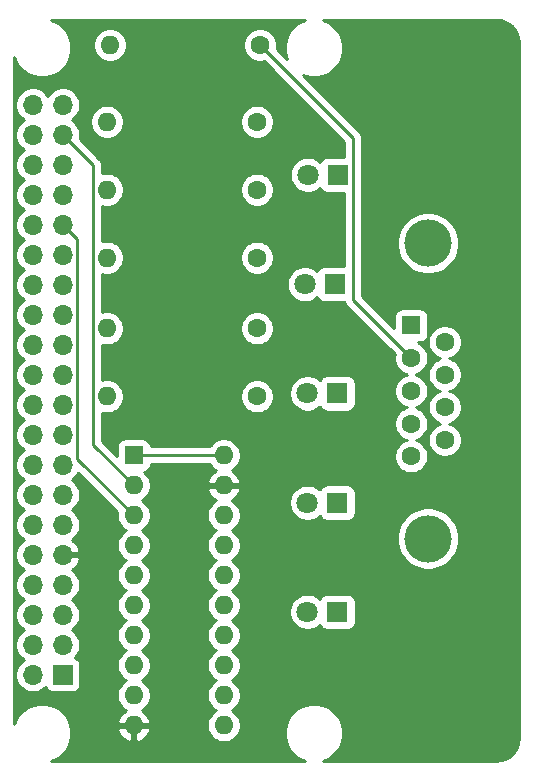
<source format=gbl>
%TF.GenerationSoftware,KiCad,Pcbnew,5.1.9+dfsg1-1*%
%TF.CreationDate,2021-06-27T14:33:47+01:00*%
%TF.ProjectId,sjspi,736a7370-692e-46b6-9963-61645f706362,v0.3*%
%TF.SameCoordinates,Original*%
%TF.FileFunction,Copper,L2,Bot*%
%TF.FilePolarity,Positive*%
%FSLAX46Y46*%
G04 Gerber Fmt 4.6, Leading zero omitted, Abs format (unit mm)*
G04 Created by KiCad (PCBNEW 5.1.9+dfsg1-1) date 2021-06-27 14:33:47*
%MOMM*%
%LPD*%
G01*
G04 APERTURE LIST*
%TA.AperFunction,ComponentPad*%
%ADD10R,1.600000X1.600000*%
%TD*%
%TA.AperFunction,ComponentPad*%
%ADD11O,1.600000X1.600000*%
%TD*%
%TA.AperFunction,ComponentPad*%
%ADD12R,1.800000X1.800000*%
%TD*%
%TA.AperFunction,ComponentPad*%
%ADD13C,1.800000*%
%TD*%
%TA.AperFunction,ComponentPad*%
%ADD14R,1.700000X1.700000*%
%TD*%
%TA.AperFunction,ComponentPad*%
%ADD15O,1.700000X1.700000*%
%TD*%
%TA.AperFunction,ComponentPad*%
%ADD16C,1.600000*%
%TD*%
%TA.AperFunction,ComponentPad*%
%ADD17C,4.000000*%
%TD*%
%TA.AperFunction,Conductor*%
%ADD18C,0.254000*%
%TD*%
%TA.AperFunction,Conductor*%
%ADD19C,0.100000*%
%TD*%
G04 APERTURE END LIST*
D10*
%TO.P,U1,1*%
%TO.N,VCC*%
X141250000Y-103000000D03*
D11*
%TO.P,U1,11*%
%TO.N,N/C*%
X148870000Y-125860000D03*
%TO.P,U1,2*%
%TO.N,Net-(J1-Pad37)*%
X141250000Y-105540000D03*
%TO.P,U1,12*%
%TO.N,N/C*%
X148870000Y-123320000D03*
%TO.P,U1,3*%
%TO.N,Net-(J1-Pad31)*%
X141250000Y-108080000D03*
%TO.P,U1,13*%
%TO.N,N/C*%
X148870000Y-120780000D03*
%TO.P,U1,4*%
%TO.N,Net-(J1-Pad29)*%
X141250000Y-110620000D03*
%TO.P,U1,14*%
%TO.N,Net-(R5-Pad2)*%
X148870000Y-118240000D03*
%TO.P,U1,5*%
%TO.N,Net-(J1-Pad15)*%
X141250000Y-113160000D03*
%TO.P,U1,15*%
%TO.N,Net-(R4-Pad2)*%
X148870000Y-115700000D03*
%TO.P,U1,6*%
%TO.N,Net-(J1-Pad13)*%
X141250000Y-115700000D03*
%TO.P,U1,16*%
%TO.N,Net-(R3-Pad2)*%
X148870000Y-113160000D03*
%TO.P,U1,7*%
%TO.N,N/C*%
X141250000Y-118240000D03*
%TO.P,U1,17*%
%TO.N,Net-(R2-Pad2)*%
X148870000Y-110620000D03*
%TO.P,U1,8*%
%TO.N,N/C*%
X141250000Y-120780000D03*
%TO.P,U1,18*%
%TO.N,Net-(R1-Pad2)*%
X148870000Y-108080000D03*
%TO.P,U1,9*%
%TO.N,N/C*%
X141250000Y-123320000D03*
%TO.P,U1,19*%
%TO.N,GND*%
X148870000Y-105540000D03*
%TO.P,U1,10*%
X141250000Y-125860000D03*
%TO.P,U1,20*%
%TO.N,VCC*%
X148870000Y-103000000D03*
%TD*%
D12*
%TO.P,D1,1*%
%TO.N,Net-(D1-Pad1)*%
X158540000Y-79250000D03*
D13*
%TO.P,D1,2*%
%TO.N,Net-(D1-Pad2)*%
X156000000Y-79250000D03*
%TD*%
%TO.P,D2,2*%
%TO.N,Net-(D2-Pad2)*%
X155750000Y-88500000D03*
D12*
%TO.P,D2,1*%
%TO.N,Net-(D2-Pad1)*%
X158290000Y-88500000D03*
%TD*%
%TO.P,D3,1*%
%TO.N,Net-(D3-Pad1)*%
X158500000Y-97750000D03*
D13*
%TO.P,D3,2*%
%TO.N,Net-(D3-Pad2)*%
X155960000Y-97750000D03*
%TD*%
%TO.P,D4,2*%
%TO.N,Net-(D4-Pad2)*%
X155960000Y-107000000D03*
D12*
%TO.P,D4,1*%
%TO.N,Net-(D4-Pad1)*%
X158500000Y-107000000D03*
%TD*%
%TO.P,D5,1*%
%TO.N,Net-(D5-Pad1)*%
X158500000Y-116250000D03*
D13*
%TO.P,D5,2*%
%TO.N,Net-(D5-Pad2)*%
X155960000Y-116250000D03*
%TD*%
D14*
%TO.P,J1,1*%
%TO.N,VCC*%
X135250000Y-121580000D03*
D15*
%TO.P,J1,2*%
%TO.N,N/C*%
X132710000Y-121580000D03*
%TO.P,J1,3*%
X135250000Y-119040000D03*
%TO.P,J1,4*%
X132710000Y-119040000D03*
%TO.P,J1,5*%
X135250000Y-116500000D03*
%TO.P,J1,6*%
X132710000Y-116500000D03*
%TO.P,J1,7*%
X135250000Y-113960000D03*
%TO.P,J1,8*%
X132710000Y-113960000D03*
%TO.P,J1,9*%
%TO.N,GND*%
X135250000Y-111420000D03*
%TO.P,J1,10*%
%TO.N,N/C*%
X132710000Y-111420000D03*
%TO.P,J1,11*%
X135250000Y-108880000D03*
%TO.P,J1,12*%
X132710000Y-108880000D03*
%TO.P,J1,13*%
%TO.N,Net-(J1-Pad13)*%
X135250000Y-106340000D03*
%TO.P,J1,14*%
%TO.N,N/C*%
X132710000Y-106340000D03*
%TO.P,J1,15*%
%TO.N,Net-(J1-Pad15)*%
X135250000Y-103800000D03*
%TO.P,J1,16*%
%TO.N,N/C*%
X132710000Y-103800000D03*
%TO.P,J1,17*%
X135250000Y-101260000D03*
%TO.P,J1,18*%
X132710000Y-101260000D03*
%TO.P,J1,19*%
X135250000Y-98720000D03*
%TO.P,J1,20*%
X132710000Y-98720000D03*
%TO.P,J1,21*%
X135250000Y-96180000D03*
%TO.P,J1,22*%
X132710000Y-96180000D03*
%TO.P,J1,23*%
X135250000Y-93640000D03*
%TO.P,J1,24*%
X132710000Y-93640000D03*
%TO.P,J1,25*%
X135250000Y-91100000D03*
%TO.P,J1,26*%
X132710000Y-91100000D03*
%TO.P,J1,27*%
X135250000Y-88560000D03*
%TO.P,J1,28*%
X132710000Y-88560000D03*
%TO.P,J1,29*%
%TO.N,Net-(J1-Pad29)*%
X135250000Y-86020000D03*
%TO.P,J1,30*%
%TO.N,N/C*%
X132710000Y-86020000D03*
%TO.P,J1,31*%
%TO.N,Net-(J1-Pad31)*%
X135250000Y-83480000D03*
%TO.P,J1,32*%
%TO.N,N/C*%
X132710000Y-83480000D03*
%TO.P,J1,33*%
X135250000Y-80940000D03*
%TO.P,J1,34*%
X132710000Y-80940000D03*
%TO.P,J1,35*%
X135250000Y-78400000D03*
%TO.P,J1,36*%
X132710000Y-78400000D03*
%TO.P,J1,37*%
%TO.N,Net-(J1-Pad37)*%
X135250000Y-75860000D03*
%TO.P,J1,38*%
%TO.N,N/C*%
X132710000Y-75860000D03*
%TO.P,J1,39*%
X135250000Y-73320000D03*
%TO.P,J1,40*%
X132710000Y-73320000D03*
%TD*%
D10*
%TO.P,J2,1*%
%TO.N,N/C*%
X164750000Y-92000000D03*
D16*
%TO.P,J2,2*%
%TO.N,Net-(J2-Pad2)*%
X164750000Y-94770000D03*
%TO.P,J2,3*%
%TO.N,N/C*%
X164750000Y-97540000D03*
%TO.P,J2,4*%
%TO.N,Net-(D3-Pad1)*%
X164750000Y-100310000D03*
%TO.P,J2,5*%
%TO.N,Net-(D5-Pad1)*%
X164750000Y-103080000D03*
%TO.P,J2,6*%
%TO.N,Net-(D1-Pad1)*%
X167590000Y-93385000D03*
%TO.P,J2,7*%
%TO.N,Net-(D2-Pad1)*%
X167590000Y-96155000D03*
%TO.P,J2,8*%
%TO.N,Net-(J2-Pad2)*%
X167590000Y-98925000D03*
%TO.P,J2,9*%
%TO.N,Net-(D4-Pad1)*%
X167590000Y-101695000D03*
D17*
%TO.P,J2,0*%
%TO.N,N/C*%
X166170000Y-110040000D03*
X166170000Y-85040000D03*
%TD*%
D16*
%TO.P,R1,1*%
%TO.N,Net-(D1-Pad2)*%
X151700000Y-74750000D03*
D11*
%TO.P,R1,2*%
%TO.N,Net-(R1-Pad2)*%
X139000000Y-74750000D03*
%TD*%
D16*
%TO.P,R2,1*%
%TO.N,Net-(D2-Pad2)*%
X151700000Y-80500000D03*
D11*
%TO.P,R2,2*%
%TO.N,Net-(R2-Pad2)*%
X139000000Y-80500000D03*
%TD*%
%TO.P,R3,2*%
%TO.N,Net-(R3-Pad2)*%
X139000000Y-86250000D03*
D16*
%TO.P,R3,1*%
%TO.N,Net-(D3-Pad2)*%
X151700000Y-86250000D03*
%TD*%
%TO.P,R4,1*%
%TO.N,Net-(D4-Pad2)*%
X151700000Y-92250000D03*
D11*
%TO.P,R4,2*%
%TO.N,Net-(R4-Pad2)*%
X139000000Y-92250000D03*
%TD*%
%TO.P,R5,2*%
%TO.N,Net-(R5-Pad2)*%
X139000000Y-98000000D03*
D16*
%TO.P,R5,1*%
%TO.N,Net-(D5-Pad2)*%
X151700000Y-98000000D03*
%TD*%
%TO.P,R6,1*%
%TO.N,Net-(J2-Pad2)*%
X151950000Y-68250000D03*
D11*
%TO.P,R6,2*%
%TO.N,VCC*%
X139250000Y-68250000D03*
%TD*%
D18*
%TO.N,VCC*%
X141250000Y-103000000D02*
X148870000Y-103000000D01*
%TO.N,Net-(J1-Pad31)*%
X136481001Y-84711001D02*
X135250000Y-83480000D01*
X136481001Y-103311001D02*
X136481001Y-84711001D01*
X141250000Y-108080000D02*
X136481001Y-103311001D01*
%TO.N,Net-(J1-Pad37)*%
X137818999Y-78428999D02*
X135250000Y-75860000D01*
X137818999Y-102108999D02*
X137818999Y-78428999D01*
X141250000Y-105540000D02*
X137818999Y-102108999D01*
%TO.N,Net-(J2-Pad2)*%
X159821001Y-89841001D02*
X164750000Y-94770000D01*
X159821001Y-76121001D02*
X159821001Y-89841001D01*
X151950000Y-68250000D02*
X159821001Y-76121001D01*
%TD*%
%TO.N,GND*%
X155330936Y-66312835D02*
X154926705Y-66582934D01*
X154582934Y-66926705D01*
X154312835Y-67330936D01*
X154126788Y-67780094D01*
X154031942Y-68256917D01*
X154031942Y-68743083D01*
X154126788Y-69219906D01*
X154218183Y-69440552D01*
X153349157Y-68571527D01*
X153385000Y-68391335D01*
X153385000Y-68108665D01*
X153329853Y-67831426D01*
X153221680Y-67570273D01*
X153064637Y-67335241D01*
X152864759Y-67135363D01*
X152629727Y-66978320D01*
X152368574Y-66870147D01*
X152091335Y-66815000D01*
X151808665Y-66815000D01*
X151531426Y-66870147D01*
X151270273Y-66978320D01*
X151035241Y-67135363D01*
X150835363Y-67335241D01*
X150678320Y-67570273D01*
X150570147Y-67831426D01*
X150515000Y-68108665D01*
X150515000Y-68391335D01*
X150570147Y-68668574D01*
X150678320Y-68929727D01*
X150835363Y-69164759D01*
X151035241Y-69364637D01*
X151270273Y-69521680D01*
X151531426Y-69629853D01*
X151808665Y-69685000D01*
X152091335Y-69685000D01*
X152271527Y-69649157D01*
X159059001Y-76436632D01*
X159059001Y-77711928D01*
X157640000Y-77711928D01*
X157515518Y-77724188D01*
X157395820Y-77760498D01*
X157285506Y-77819463D01*
X157188815Y-77898815D01*
X157109463Y-77995506D01*
X157050498Y-78105820D01*
X157044944Y-78124127D01*
X156978505Y-78057688D01*
X156727095Y-77889701D01*
X156447743Y-77773989D01*
X156151184Y-77715000D01*
X155848816Y-77715000D01*
X155552257Y-77773989D01*
X155272905Y-77889701D01*
X155021495Y-78057688D01*
X154807688Y-78271495D01*
X154639701Y-78522905D01*
X154523989Y-78802257D01*
X154465000Y-79098816D01*
X154465000Y-79401184D01*
X154523989Y-79697743D01*
X154639701Y-79977095D01*
X154807688Y-80228505D01*
X155021495Y-80442312D01*
X155272905Y-80610299D01*
X155552257Y-80726011D01*
X155848816Y-80785000D01*
X156151184Y-80785000D01*
X156447743Y-80726011D01*
X156727095Y-80610299D01*
X156978505Y-80442312D01*
X157044944Y-80375873D01*
X157050498Y-80394180D01*
X157109463Y-80504494D01*
X157188815Y-80601185D01*
X157285506Y-80680537D01*
X157395820Y-80739502D01*
X157515518Y-80775812D01*
X157640000Y-80788072D01*
X159059001Y-80788072D01*
X159059002Y-86961928D01*
X157390000Y-86961928D01*
X157265518Y-86974188D01*
X157145820Y-87010498D01*
X157035506Y-87069463D01*
X156938815Y-87148815D01*
X156859463Y-87245506D01*
X156800498Y-87355820D01*
X156794944Y-87374127D01*
X156728505Y-87307688D01*
X156477095Y-87139701D01*
X156197743Y-87023989D01*
X155901184Y-86965000D01*
X155598816Y-86965000D01*
X155302257Y-87023989D01*
X155022905Y-87139701D01*
X154771495Y-87307688D01*
X154557688Y-87521495D01*
X154389701Y-87772905D01*
X154273989Y-88052257D01*
X154215000Y-88348816D01*
X154215000Y-88651184D01*
X154273989Y-88947743D01*
X154389701Y-89227095D01*
X154557688Y-89478505D01*
X154771495Y-89692312D01*
X155022905Y-89860299D01*
X155302257Y-89976011D01*
X155598816Y-90035000D01*
X155901184Y-90035000D01*
X156197743Y-89976011D01*
X156477095Y-89860299D01*
X156728505Y-89692312D01*
X156794944Y-89625873D01*
X156800498Y-89644180D01*
X156859463Y-89754494D01*
X156938815Y-89851185D01*
X157035506Y-89930537D01*
X157145820Y-89989502D01*
X157265518Y-90025812D01*
X157390000Y-90038072D01*
X159084496Y-90038072D01*
X159113600Y-90134016D01*
X159184356Y-90266393D01*
X159255722Y-90353352D01*
X159279580Y-90382423D01*
X159308650Y-90406280D01*
X163350843Y-94448474D01*
X163315000Y-94628665D01*
X163315000Y-94911335D01*
X163370147Y-95188574D01*
X163478320Y-95449727D01*
X163635363Y-95684759D01*
X163835241Y-95884637D01*
X164070273Y-96041680D01*
X164331426Y-96149853D01*
X164357301Y-96155000D01*
X164331426Y-96160147D01*
X164070273Y-96268320D01*
X163835241Y-96425363D01*
X163635363Y-96625241D01*
X163478320Y-96860273D01*
X163370147Y-97121426D01*
X163315000Y-97398665D01*
X163315000Y-97681335D01*
X163370147Y-97958574D01*
X163478320Y-98219727D01*
X163635363Y-98454759D01*
X163835241Y-98654637D01*
X164070273Y-98811680D01*
X164331426Y-98919853D01*
X164357301Y-98925000D01*
X164331426Y-98930147D01*
X164070273Y-99038320D01*
X163835241Y-99195363D01*
X163635363Y-99395241D01*
X163478320Y-99630273D01*
X163370147Y-99891426D01*
X163315000Y-100168665D01*
X163315000Y-100451335D01*
X163370147Y-100728574D01*
X163478320Y-100989727D01*
X163635363Y-101224759D01*
X163835241Y-101424637D01*
X164070273Y-101581680D01*
X164331426Y-101689853D01*
X164357301Y-101695000D01*
X164331426Y-101700147D01*
X164070273Y-101808320D01*
X163835241Y-101965363D01*
X163635363Y-102165241D01*
X163478320Y-102400273D01*
X163370147Y-102661426D01*
X163315000Y-102938665D01*
X163315000Y-103221335D01*
X163370147Y-103498574D01*
X163478320Y-103759727D01*
X163635363Y-103994759D01*
X163835241Y-104194637D01*
X164070273Y-104351680D01*
X164331426Y-104459853D01*
X164608665Y-104515000D01*
X164891335Y-104515000D01*
X165168574Y-104459853D01*
X165429727Y-104351680D01*
X165664759Y-104194637D01*
X165864637Y-103994759D01*
X166021680Y-103759727D01*
X166129853Y-103498574D01*
X166185000Y-103221335D01*
X166185000Y-102938665D01*
X166129853Y-102661426D01*
X166021680Y-102400273D01*
X165864637Y-102165241D01*
X165664759Y-101965363D01*
X165429727Y-101808320D01*
X165168574Y-101700147D01*
X165142699Y-101695000D01*
X165168574Y-101689853D01*
X165429727Y-101581680D01*
X165664759Y-101424637D01*
X165864637Y-101224759D01*
X166021680Y-100989727D01*
X166129853Y-100728574D01*
X166185000Y-100451335D01*
X166185000Y-100168665D01*
X166129853Y-99891426D01*
X166021680Y-99630273D01*
X165864637Y-99395241D01*
X165664759Y-99195363D01*
X165429727Y-99038320D01*
X165168574Y-98930147D01*
X165142699Y-98925000D01*
X165168574Y-98919853D01*
X165429727Y-98811680D01*
X165664759Y-98654637D01*
X165864637Y-98454759D01*
X166021680Y-98219727D01*
X166129853Y-97958574D01*
X166185000Y-97681335D01*
X166185000Y-97398665D01*
X166129853Y-97121426D01*
X166021680Y-96860273D01*
X165864637Y-96625241D01*
X165664759Y-96425363D01*
X165429727Y-96268320D01*
X165168574Y-96160147D01*
X165142699Y-96155000D01*
X165168574Y-96149853D01*
X165429727Y-96041680D01*
X165664759Y-95884637D01*
X165864637Y-95684759D01*
X166021680Y-95449727D01*
X166129853Y-95188574D01*
X166185000Y-94911335D01*
X166185000Y-94628665D01*
X166129853Y-94351426D01*
X166021680Y-94090273D01*
X165864637Y-93855241D01*
X165664759Y-93655363D01*
X165429727Y-93498320D01*
X165284275Y-93438072D01*
X165550000Y-93438072D01*
X165674482Y-93425812D01*
X165794180Y-93389502D01*
X165904494Y-93330537D01*
X166001185Y-93251185D01*
X166007356Y-93243665D01*
X166155000Y-93243665D01*
X166155000Y-93526335D01*
X166210147Y-93803574D01*
X166318320Y-94064727D01*
X166475363Y-94299759D01*
X166675241Y-94499637D01*
X166910273Y-94656680D01*
X167171426Y-94764853D01*
X167197301Y-94770000D01*
X167171426Y-94775147D01*
X166910273Y-94883320D01*
X166675241Y-95040363D01*
X166475363Y-95240241D01*
X166318320Y-95475273D01*
X166210147Y-95736426D01*
X166155000Y-96013665D01*
X166155000Y-96296335D01*
X166210147Y-96573574D01*
X166318320Y-96834727D01*
X166475363Y-97069759D01*
X166675241Y-97269637D01*
X166910273Y-97426680D01*
X167171426Y-97534853D01*
X167197301Y-97540000D01*
X167171426Y-97545147D01*
X166910273Y-97653320D01*
X166675241Y-97810363D01*
X166475363Y-98010241D01*
X166318320Y-98245273D01*
X166210147Y-98506426D01*
X166155000Y-98783665D01*
X166155000Y-99066335D01*
X166210147Y-99343574D01*
X166318320Y-99604727D01*
X166475363Y-99839759D01*
X166675241Y-100039637D01*
X166910273Y-100196680D01*
X167171426Y-100304853D01*
X167197301Y-100310000D01*
X167171426Y-100315147D01*
X166910273Y-100423320D01*
X166675241Y-100580363D01*
X166475363Y-100780241D01*
X166318320Y-101015273D01*
X166210147Y-101276426D01*
X166155000Y-101553665D01*
X166155000Y-101836335D01*
X166210147Y-102113574D01*
X166318320Y-102374727D01*
X166475363Y-102609759D01*
X166675241Y-102809637D01*
X166910273Y-102966680D01*
X167171426Y-103074853D01*
X167448665Y-103130000D01*
X167731335Y-103130000D01*
X168008574Y-103074853D01*
X168269727Y-102966680D01*
X168504759Y-102809637D01*
X168704637Y-102609759D01*
X168861680Y-102374727D01*
X168969853Y-102113574D01*
X169025000Y-101836335D01*
X169025000Y-101553665D01*
X168969853Y-101276426D01*
X168861680Y-101015273D01*
X168704637Y-100780241D01*
X168504759Y-100580363D01*
X168269727Y-100423320D01*
X168008574Y-100315147D01*
X167982699Y-100310000D01*
X168008574Y-100304853D01*
X168269727Y-100196680D01*
X168504759Y-100039637D01*
X168704637Y-99839759D01*
X168861680Y-99604727D01*
X168969853Y-99343574D01*
X169025000Y-99066335D01*
X169025000Y-98783665D01*
X168969853Y-98506426D01*
X168861680Y-98245273D01*
X168704637Y-98010241D01*
X168504759Y-97810363D01*
X168269727Y-97653320D01*
X168008574Y-97545147D01*
X167982699Y-97540000D01*
X168008574Y-97534853D01*
X168269727Y-97426680D01*
X168504759Y-97269637D01*
X168704637Y-97069759D01*
X168861680Y-96834727D01*
X168969853Y-96573574D01*
X169025000Y-96296335D01*
X169025000Y-96013665D01*
X168969853Y-95736426D01*
X168861680Y-95475273D01*
X168704637Y-95240241D01*
X168504759Y-95040363D01*
X168269727Y-94883320D01*
X168008574Y-94775147D01*
X167982699Y-94770000D01*
X168008574Y-94764853D01*
X168269727Y-94656680D01*
X168504759Y-94499637D01*
X168704637Y-94299759D01*
X168861680Y-94064727D01*
X168969853Y-93803574D01*
X169025000Y-93526335D01*
X169025000Y-93243665D01*
X168969853Y-92966426D01*
X168861680Y-92705273D01*
X168704637Y-92470241D01*
X168504759Y-92270363D01*
X168269727Y-92113320D01*
X168008574Y-92005147D01*
X167731335Y-91950000D01*
X167448665Y-91950000D01*
X167171426Y-92005147D01*
X166910273Y-92113320D01*
X166675241Y-92270363D01*
X166475363Y-92470241D01*
X166318320Y-92705273D01*
X166210147Y-92966426D01*
X166155000Y-93243665D01*
X166007356Y-93243665D01*
X166080537Y-93154494D01*
X166139502Y-93044180D01*
X166175812Y-92924482D01*
X166188072Y-92800000D01*
X166188072Y-91200000D01*
X166175812Y-91075518D01*
X166139502Y-90955820D01*
X166080537Y-90845506D01*
X166001185Y-90748815D01*
X165904494Y-90669463D01*
X165794180Y-90610498D01*
X165674482Y-90574188D01*
X165550000Y-90561928D01*
X163950000Y-90561928D01*
X163825518Y-90574188D01*
X163705820Y-90610498D01*
X163595506Y-90669463D01*
X163498815Y-90748815D01*
X163419463Y-90845506D01*
X163360498Y-90955820D01*
X163324188Y-91075518D01*
X163311928Y-91200000D01*
X163311928Y-92254297D01*
X160583001Y-89525371D01*
X160583001Y-84780475D01*
X163535000Y-84780475D01*
X163535000Y-85299525D01*
X163636261Y-85808601D01*
X163834893Y-86288141D01*
X164123262Y-86719715D01*
X164490285Y-87086738D01*
X164921859Y-87375107D01*
X165401399Y-87573739D01*
X165910475Y-87675000D01*
X166429525Y-87675000D01*
X166938601Y-87573739D01*
X167418141Y-87375107D01*
X167849715Y-87086738D01*
X168216738Y-86719715D01*
X168505107Y-86288141D01*
X168703739Y-85808601D01*
X168805000Y-85299525D01*
X168805000Y-84780475D01*
X168703739Y-84271399D01*
X168505107Y-83791859D01*
X168216738Y-83360285D01*
X167849715Y-82993262D01*
X167418141Y-82704893D01*
X166938601Y-82506261D01*
X166429525Y-82405000D01*
X165910475Y-82405000D01*
X165401399Y-82506261D01*
X164921859Y-82704893D01*
X164490285Y-82993262D01*
X164123262Y-83360285D01*
X163834893Y-83791859D01*
X163636261Y-84271399D01*
X163535000Y-84780475D01*
X160583001Y-84780475D01*
X160583001Y-76158423D01*
X160586687Y-76121000D01*
X160583001Y-76083575D01*
X160571975Y-75971623D01*
X160528403Y-75827986D01*
X160457646Y-75695609D01*
X160362423Y-75579579D01*
X160333354Y-75555723D01*
X155559448Y-70781818D01*
X155780094Y-70873212D01*
X156256917Y-70968058D01*
X156743083Y-70968058D01*
X157219906Y-70873212D01*
X157669064Y-70687165D01*
X158073295Y-70417066D01*
X158417066Y-70073295D01*
X158687165Y-69669064D01*
X158873212Y-69219906D01*
X158968058Y-68743083D01*
X158968058Y-68256917D01*
X158873212Y-67780094D01*
X158687165Y-67330936D01*
X158417066Y-66926705D01*
X158073295Y-66582934D01*
X157669064Y-66312835D01*
X157239732Y-66135000D01*
X171944489Y-66135000D01*
X172361189Y-66175858D01*
X172708625Y-66280755D01*
X173029061Y-66451134D01*
X173310309Y-66680514D01*
X173541643Y-66960148D01*
X173714256Y-67279391D01*
X173821577Y-67626085D01*
X173865000Y-68039229D01*
X173865001Y-126944479D01*
X173824142Y-127361189D01*
X173719246Y-127708622D01*
X173548865Y-128029064D01*
X173319486Y-128310309D01*
X173039852Y-128541643D01*
X172720609Y-128714256D01*
X172373912Y-128821577D01*
X171960770Y-128865000D01*
X157239732Y-128865000D01*
X157669064Y-128687165D01*
X158073295Y-128417066D01*
X158417066Y-128073295D01*
X158687165Y-127669064D01*
X158873212Y-127219906D01*
X158968058Y-126743083D01*
X158968058Y-126256917D01*
X158873212Y-125780094D01*
X158687165Y-125330936D01*
X158417066Y-124926705D01*
X158073295Y-124582934D01*
X157669064Y-124312835D01*
X157219906Y-124126788D01*
X156743083Y-124031942D01*
X156256917Y-124031942D01*
X155780094Y-124126788D01*
X155330936Y-124312835D01*
X154926705Y-124582934D01*
X154582934Y-124926705D01*
X154312835Y-125330936D01*
X154126788Y-125780094D01*
X154031942Y-126256917D01*
X154031942Y-126743083D01*
X154126788Y-127219906D01*
X154312835Y-127669064D01*
X154582934Y-128073295D01*
X154926705Y-128417066D01*
X155330936Y-128687165D01*
X155760268Y-128865000D01*
X134239732Y-128865000D01*
X134669064Y-128687165D01*
X135073295Y-128417066D01*
X135417066Y-128073295D01*
X135687165Y-127669064D01*
X135873212Y-127219906D01*
X135968058Y-126743083D01*
X135968058Y-126256917D01*
X135958535Y-126209039D01*
X139858096Y-126209039D01*
X139898754Y-126343087D01*
X140018963Y-126597420D01*
X140186481Y-126823414D01*
X140394869Y-127012385D01*
X140636119Y-127157070D01*
X140900960Y-127251909D01*
X141123000Y-127130624D01*
X141123000Y-125987000D01*
X141377000Y-125987000D01*
X141377000Y-127130624D01*
X141599040Y-127251909D01*
X141863881Y-127157070D01*
X142105131Y-127012385D01*
X142313519Y-126823414D01*
X142481037Y-126597420D01*
X142601246Y-126343087D01*
X142641904Y-126209039D01*
X142519915Y-125987000D01*
X141377000Y-125987000D01*
X141123000Y-125987000D01*
X139980085Y-125987000D01*
X139858096Y-126209039D01*
X135958535Y-126209039D01*
X135873212Y-125780094D01*
X135687165Y-125330936D01*
X135417066Y-124926705D01*
X135073295Y-124582934D01*
X134669064Y-124312835D01*
X134219906Y-124126788D01*
X133743083Y-124031942D01*
X133256917Y-124031942D01*
X132780094Y-124126788D01*
X132330936Y-124312835D01*
X131926705Y-124582934D01*
X131582934Y-124926705D01*
X131312835Y-125330936D01*
X131135000Y-125760268D01*
X131135000Y-73173740D01*
X131225000Y-73173740D01*
X131225000Y-73466260D01*
X131282068Y-73753158D01*
X131394010Y-74023411D01*
X131556525Y-74266632D01*
X131763368Y-74473475D01*
X131937760Y-74590000D01*
X131763368Y-74706525D01*
X131556525Y-74913368D01*
X131394010Y-75156589D01*
X131282068Y-75426842D01*
X131225000Y-75713740D01*
X131225000Y-76006260D01*
X131282068Y-76293158D01*
X131394010Y-76563411D01*
X131556525Y-76806632D01*
X131763368Y-77013475D01*
X131937760Y-77130000D01*
X131763368Y-77246525D01*
X131556525Y-77453368D01*
X131394010Y-77696589D01*
X131282068Y-77966842D01*
X131225000Y-78253740D01*
X131225000Y-78546260D01*
X131282068Y-78833158D01*
X131394010Y-79103411D01*
X131556525Y-79346632D01*
X131763368Y-79553475D01*
X131937760Y-79670000D01*
X131763368Y-79786525D01*
X131556525Y-79993368D01*
X131394010Y-80236589D01*
X131282068Y-80506842D01*
X131225000Y-80793740D01*
X131225000Y-81086260D01*
X131282068Y-81373158D01*
X131394010Y-81643411D01*
X131556525Y-81886632D01*
X131763368Y-82093475D01*
X131937760Y-82210000D01*
X131763368Y-82326525D01*
X131556525Y-82533368D01*
X131394010Y-82776589D01*
X131282068Y-83046842D01*
X131225000Y-83333740D01*
X131225000Y-83626260D01*
X131282068Y-83913158D01*
X131394010Y-84183411D01*
X131556525Y-84426632D01*
X131763368Y-84633475D01*
X131937760Y-84750000D01*
X131763368Y-84866525D01*
X131556525Y-85073368D01*
X131394010Y-85316589D01*
X131282068Y-85586842D01*
X131225000Y-85873740D01*
X131225000Y-86166260D01*
X131282068Y-86453158D01*
X131394010Y-86723411D01*
X131556525Y-86966632D01*
X131763368Y-87173475D01*
X131937760Y-87290000D01*
X131763368Y-87406525D01*
X131556525Y-87613368D01*
X131394010Y-87856589D01*
X131282068Y-88126842D01*
X131225000Y-88413740D01*
X131225000Y-88706260D01*
X131282068Y-88993158D01*
X131394010Y-89263411D01*
X131556525Y-89506632D01*
X131763368Y-89713475D01*
X131937760Y-89830000D01*
X131763368Y-89946525D01*
X131556525Y-90153368D01*
X131394010Y-90396589D01*
X131282068Y-90666842D01*
X131225000Y-90953740D01*
X131225000Y-91246260D01*
X131282068Y-91533158D01*
X131394010Y-91803411D01*
X131556525Y-92046632D01*
X131763368Y-92253475D01*
X131937760Y-92370000D01*
X131763368Y-92486525D01*
X131556525Y-92693368D01*
X131394010Y-92936589D01*
X131282068Y-93206842D01*
X131225000Y-93493740D01*
X131225000Y-93786260D01*
X131282068Y-94073158D01*
X131394010Y-94343411D01*
X131556525Y-94586632D01*
X131763368Y-94793475D01*
X131937760Y-94910000D01*
X131763368Y-95026525D01*
X131556525Y-95233368D01*
X131394010Y-95476589D01*
X131282068Y-95746842D01*
X131225000Y-96033740D01*
X131225000Y-96326260D01*
X131282068Y-96613158D01*
X131394010Y-96883411D01*
X131556525Y-97126632D01*
X131763368Y-97333475D01*
X131937760Y-97450000D01*
X131763368Y-97566525D01*
X131556525Y-97773368D01*
X131394010Y-98016589D01*
X131282068Y-98286842D01*
X131225000Y-98573740D01*
X131225000Y-98866260D01*
X131282068Y-99153158D01*
X131394010Y-99423411D01*
X131556525Y-99666632D01*
X131763368Y-99873475D01*
X131937760Y-99990000D01*
X131763368Y-100106525D01*
X131556525Y-100313368D01*
X131394010Y-100556589D01*
X131282068Y-100826842D01*
X131225000Y-101113740D01*
X131225000Y-101406260D01*
X131282068Y-101693158D01*
X131394010Y-101963411D01*
X131556525Y-102206632D01*
X131763368Y-102413475D01*
X131937760Y-102530000D01*
X131763368Y-102646525D01*
X131556525Y-102853368D01*
X131394010Y-103096589D01*
X131282068Y-103366842D01*
X131225000Y-103653740D01*
X131225000Y-103946260D01*
X131282068Y-104233158D01*
X131394010Y-104503411D01*
X131556525Y-104746632D01*
X131763368Y-104953475D01*
X131937760Y-105070000D01*
X131763368Y-105186525D01*
X131556525Y-105393368D01*
X131394010Y-105636589D01*
X131282068Y-105906842D01*
X131225000Y-106193740D01*
X131225000Y-106486260D01*
X131282068Y-106773158D01*
X131394010Y-107043411D01*
X131556525Y-107286632D01*
X131763368Y-107493475D01*
X131937760Y-107610000D01*
X131763368Y-107726525D01*
X131556525Y-107933368D01*
X131394010Y-108176589D01*
X131282068Y-108446842D01*
X131225000Y-108733740D01*
X131225000Y-109026260D01*
X131282068Y-109313158D01*
X131394010Y-109583411D01*
X131556525Y-109826632D01*
X131763368Y-110033475D01*
X131937760Y-110150000D01*
X131763368Y-110266525D01*
X131556525Y-110473368D01*
X131394010Y-110716589D01*
X131282068Y-110986842D01*
X131225000Y-111273740D01*
X131225000Y-111566260D01*
X131282068Y-111853158D01*
X131394010Y-112123411D01*
X131556525Y-112366632D01*
X131763368Y-112573475D01*
X131937760Y-112690000D01*
X131763368Y-112806525D01*
X131556525Y-113013368D01*
X131394010Y-113256589D01*
X131282068Y-113526842D01*
X131225000Y-113813740D01*
X131225000Y-114106260D01*
X131282068Y-114393158D01*
X131394010Y-114663411D01*
X131556525Y-114906632D01*
X131763368Y-115113475D01*
X131937760Y-115230000D01*
X131763368Y-115346525D01*
X131556525Y-115553368D01*
X131394010Y-115796589D01*
X131282068Y-116066842D01*
X131225000Y-116353740D01*
X131225000Y-116646260D01*
X131282068Y-116933158D01*
X131394010Y-117203411D01*
X131556525Y-117446632D01*
X131763368Y-117653475D01*
X131937760Y-117770000D01*
X131763368Y-117886525D01*
X131556525Y-118093368D01*
X131394010Y-118336589D01*
X131282068Y-118606842D01*
X131225000Y-118893740D01*
X131225000Y-119186260D01*
X131282068Y-119473158D01*
X131394010Y-119743411D01*
X131556525Y-119986632D01*
X131763368Y-120193475D01*
X131937760Y-120310000D01*
X131763368Y-120426525D01*
X131556525Y-120633368D01*
X131394010Y-120876589D01*
X131282068Y-121146842D01*
X131225000Y-121433740D01*
X131225000Y-121726260D01*
X131282068Y-122013158D01*
X131394010Y-122283411D01*
X131556525Y-122526632D01*
X131763368Y-122733475D01*
X132006589Y-122895990D01*
X132276842Y-123007932D01*
X132563740Y-123065000D01*
X132856260Y-123065000D01*
X133143158Y-123007932D01*
X133413411Y-122895990D01*
X133656632Y-122733475D01*
X133788487Y-122601620D01*
X133810498Y-122674180D01*
X133869463Y-122784494D01*
X133948815Y-122881185D01*
X134045506Y-122960537D01*
X134155820Y-123019502D01*
X134275518Y-123055812D01*
X134400000Y-123068072D01*
X136100000Y-123068072D01*
X136224482Y-123055812D01*
X136344180Y-123019502D01*
X136454494Y-122960537D01*
X136551185Y-122881185D01*
X136630537Y-122784494D01*
X136689502Y-122674180D01*
X136725812Y-122554482D01*
X136738072Y-122430000D01*
X136738072Y-120730000D01*
X136725812Y-120605518D01*
X136689502Y-120485820D01*
X136630537Y-120375506D01*
X136551185Y-120278815D01*
X136454494Y-120199463D01*
X136344180Y-120140498D01*
X136271620Y-120118487D01*
X136403475Y-119986632D01*
X136565990Y-119743411D01*
X136677932Y-119473158D01*
X136735000Y-119186260D01*
X136735000Y-118893740D01*
X136677932Y-118606842D01*
X136565990Y-118336589D01*
X136403475Y-118093368D01*
X136196632Y-117886525D01*
X136022240Y-117770000D01*
X136196632Y-117653475D01*
X136403475Y-117446632D01*
X136565990Y-117203411D01*
X136677932Y-116933158D01*
X136735000Y-116646260D01*
X136735000Y-116353740D01*
X136677932Y-116066842D01*
X136565990Y-115796589D01*
X136403475Y-115553368D01*
X136196632Y-115346525D01*
X136022240Y-115230000D01*
X136196632Y-115113475D01*
X136403475Y-114906632D01*
X136565990Y-114663411D01*
X136677932Y-114393158D01*
X136735000Y-114106260D01*
X136735000Y-113813740D01*
X136677932Y-113526842D01*
X136565990Y-113256589D01*
X136403475Y-113013368D01*
X136196632Y-112806525D01*
X136014466Y-112684805D01*
X136131355Y-112615178D01*
X136347588Y-112420269D01*
X136521641Y-112186920D01*
X136646825Y-111924099D01*
X136691476Y-111776890D01*
X136570155Y-111547000D01*
X135377000Y-111547000D01*
X135377000Y-111567000D01*
X135123000Y-111567000D01*
X135123000Y-111547000D01*
X135103000Y-111547000D01*
X135103000Y-111293000D01*
X135123000Y-111293000D01*
X135123000Y-111273000D01*
X135377000Y-111273000D01*
X135377000Y-111293000D01*
X136570155Y-111293000D01*
X136691476Y-111063110D01*
X136646825Y-110915901D01*
X136521641Y-110653080D01*
X136347588Y-110419731D01*
X136131355Y-110224822D01*
X136014466Y-110155195D01*
X136196632Y-110033475D01*
X136403475Y-109826632D01*
X136565990Y-109583411D01*
X136677932Y-109313158D01*
X136735000Y-109026260D01*
X136735000Y-108733740D01*
X136677932Y-108446842D01*
X136565990Y-108176589D01*
X136403475Y-107933368D01*
X136196632Y-107726525D01*
X136022240Y-107610000D01*
X136196632Y-107493475D01*
X136403475Y-107286632D01*
X136565990Y-107043411D01*
X136677932Y-106773158D01*
X136735000Y-106486260D01*
X136735000Y-106193740D01*
X136677932Y-105906842D01*
X136565990Y-105636589D01*
X136403475Y-105393368D01*
X136196632Y-105186525D01*
X136022240Y-105070000D01*
X136196632Y-104953475D01*
X136403475Y-104746632D01*
X136565990Y-104503411D01*
X136574716Y-104482346D01*
X139850843Y-107758474D01*
X139815000Y-107938665D01*
X139815000Y-108221335D01*
X139870147Y-108498574D01*
X139978320Y-108759727D01*
X140135363Y-108994759D01*
X140335241Y-109194637D01*
X140567759Y-109350000D01*
X140335241Y-109505363D01*
X140135363Y-109705241D01*
X139978320Y-109940273D01*
X139870147Y-110201426D01*
X139815000Y-110478665D01*
X139815000Y-110761335D01*
X139870147Y-111038574D01*
X139978320Y-111299727D01*
X140135363Y-111534759D01*
X140335241Y-111734637D01*
X140567759Y-111890000D01*
X140335241Y-112045363D01*
X140135363Y-112245241D01*
X139978320Y-112480273D01*
X139870147Y-112741426D01*
X139815000Y-113018665D01*
X139815000Y-113301335D01*
X139870147Y-113578574D01*
X139978320Y-113839727D01*
X140135363Y-114074759D01*
X140335241Y-114274637D01*
X140567759Y-114430000D01*
X140335241Y-114585363D01*
X140135363Y-114785241D01*
X139978320Y-115020273D01*
X139870147Y-115281426D01*
X139815000Y-115558665D01*
X139815000Y-115841335D01*
X139870147Y-116118574D01*
X139978320Y-116379727D01*
X140135363Y-116614759D01*
X140335241Y-116814637D01*
X140567759Y-116970000D01*
X140335241Y-117125363D01*
X140135363Y-117325241D01*
X139978320Y-117560273D01*
X139870147Y-117821426D01*
X139815000Y-118098665D01*
X139815000Y-118381335D01*
X139870147Y-118658574D01*
X139978320Y-118919727D01*
X140135363Y-119154759D01*
X140335241Y-119354637D01*
X140567759Y-119510000D01*
X140335241Y-119665363D01*
X140135363Y-119865241D01*
X139978320Y-120100273D01*
X139870147Y-120361426D01*
X139815000Y-120638665D01*
X139815000Y-120921335D01*
X139870147Y-121198574D01*
X139978320Y-121459727D01*
X140135363Y-121694759D01*
X140335241Y-121894637D01*
X140567759Y-122050000D01*
X140335241Y-122205363D01*
X140135363Y-122405241D01*
X139978320Y-122640273D01*
X139870147Y-122901426D01*
X139815000Y-123178665D01*
X139815000Y-123461335D01*
X139870147Y-123738574D01*
X139978320Y-123999727D01*
X140135363Y-124234759D01*
X140335241Y-124434637D01*
X140570273Y-124591680D01*
X140580865Y-124596067D01*
X140394869Y-124707615D01*
X140186481Y-124896586D01*
X140018963Y-125122580D01*
X139898754Y-125376913D01*
X139858096Y-125510961D01*
X139980085Y-125733000D01*
X141123000Y-125733000D01*
X141123000Y-125713000D01*
X141377000Y-125713000D01*
X141377000Y-125733000D01*
X142519915Y-125733000D01*
X142641904Y-125510961D01*
X142601246Y-125376913D01*
X142481037Y-125122580D01*
X142313519Y-124896586D01*
X142105131Y-124707615D01*
X141919135Y-124596067D01*
X141929727Y-124591680D01*
X142164759Y-124434637D01*
X142364637Y-124234759D01*
X142521680Y-123999727D01*
X142629853Y-123738574D01*
X142685000Y-123461335D01*
X142685000Y-123178665D01*
X142629853Y-122901426D01*
X142521680Y-122640273D01*
X142364637Y-122405241D01*
X142164759Y-122205363D01*
X141932241Y-122050000D01*
X142164759Y-121894637D01*
X142364637Y-121694759D01*
X142521680Y-121459727D01*
X142629853Y-121198574D01*
X142685000Y-120921335D01*
X142685000Y-120638665D01*
X142629853Y-120361426D01*
X142521680Y-120100273D01*
X142364637Y-119865241D01*
X142164759Y-119665363D01*
X141932241Y-119510000D01*
X142164759Y-119354637D01*
X142364637Y-119154759D01*
X142521680Y-118919727D01*
X142629853Y-118658574D01*
X142685000Y-118381335D01*
X142685000Y-118098665D01*
X142629853Y-117821426D01*
X142521680Y-117560273D01*
X142364637Y-117325241D01*
X142164759Y-117125363D01*
X141932241Y-116970000D01*
X142164759Y-116814637D01*
X142364637Y-116614759D01*
X142521680Y-116379727D01*
X142629853Y-116118574D01*
X142685000Y-115841335D01*
X142685000Y-115558665D01*
X142629853Y-115281426D01*
X142521680Y-115020273D01*
X142364637Y-114785241D01*
X142164759Y-114585363D01*
X141932241Y-114430000D01*
X142164759Y-114274637D01*
X142364637Y-114074759D01*
X142521680Y-113839727D01*
X142629853Y-113578574D01*
X142685000Y-113301335D01*
X142685000Y-113018665D01*
X142629853Y-112741426D01*
X142521680Y-112480273D01*
X142364637Y-112245241D01*
X142164759Y-112045363D01*
X141932241Y-111890000D01*
X142164759Y-111734637D01*
X142364637Y-111534759D01*
X142521680Y-111299727D01*
X142629853Y-111038574D01*
X142685000Y-110761335D01*
X142685000Y-110478665D01*
X142629853Y-110201426D01*
X142521680Y-109940273D01*
X142364637Y-109705241D01*
X142164759Y-109505363D01*
X141932241Y-109350000D01*
X142164759Y-109194637D01*
X142364637Y-108994759D01*
X142521680Y-108759727D01*
X142629853Y-108498574D01*
X142685000Y-108221335D01*
X142685000Y-107938665D01*
X147435000Y-107938665D01*
X147435000Y-108221335D01*
X147490147Y-108498574D01*
X147598320Y-108759727D01*
X147755363Y-108994759D01*
X147955241Y-109194637D01*
X148187759Y-109350000D01*
X147955241Y-109505363D01*
X147755363Y-109705241D01*
X147598320Y-109940273D01*
X147490147Y-110201426D01*
X147435000Y-110478665D01*
X147435000Y-110761335D01*
X147490147Y-111038574D01*
X147598320Y-111299727D01*
X147755363Y-111534759D01*
X147955241Y-111734637D01*
X148187759Y-111890000D01*
X147955241Y-112045363D01*
X147755363Y-112245241D01*
X147598320Y-112480273D01*
X147490147Y-112741426D01*
X147435000Y-113018665D01*
X147435000Y-113301335D01*
X147490147Y-113578574D01*
X147598320Y-113839727D01*
X147755363Y-114074759D01*
X147955241Y-114274637D01*
X148187759Y-114430000D01*
X147955241Y-114585363D01*
X147755363Y-114785241D01*
X147598320Y-115020273D01*
X147490147Y-115281426D01*
X147435000Y-115558665D01*
X147435000Y-115841335D01*
X147490147Y-116118574D01*
X147598320Y-116379727D01*
X147755363Y-116614759D01*
X147955241Y-116814637D01*
X148187759Y-116970000D01*
X147955241Y-117125363D01*
X147755363Y-117325241D01*
X147598320Y-117560273D01*
X147490147Y-117821426D01*
X147435000Y-118098665D01*
X147435000Y-118381335D01*
X147490147Y-118658574D01*
X147598320Y-118919727D01*
X147755363Y-119154759D01*
X147955241Y-119354637D01*
X148187759Y-119510000D01*
X147955241Y-119665363D01*
X147755363Y-119865241D01*
X147598320Y-120100273D01*
X147490147Y-120361426D01*
X147435000Y-120638665D01*
X147435000Y-120921335D01*
X147490147Y-121198574D01*
X147598320Y-121459727D01*
X147755363Y-121694759D01*
X147955241Y-121894637D01*
X148187759Y-122050000D01*
X147955241Y-122205363D01*
X147755363Y-122405241D01*
X147598320Y-122640273D01*
X147490147Y-122901426D01*
X147435000Y-123178665D01*
X147435000Y-123461335D01*
X147490147Y-123738574D01*
X147598320Y-123999727D01*
X147755363Y-124234759D01*
X147955241Y-124434637D01*
X148187759Y-124590000D01*
X147955241Y-124745363D01*
X147755363Y-124945241D01*
X147598320Y-125180273D01*
X147490147Y-125441426D01*
X147435000Y-125718665D01*
X147435000Y-126001335D01*
X147490147Y-126278574D01*
X147598320Y-126539727D01*
X147755363Y-126774759D01*
X147955241Y-126974637D01*
X148190273Y-127131680D01*
X148451426Y-127239853D01*
X148728665Y-127295000D01*
X149011335Y-127295000D01*
X149288574Y-127239853D01*
X149549727Y-127131680D01*
X149784759Y-126974637D01*
X149984637Y-126774759D01*
X150141680Y-126539727D01*
X150249853Y-126278574D01*
X150305000Y-126001335D01*
X150305000Y-125718665D01*
X150249853Y-125441426D01*
X150141680Y-125180273D01*
X149984637Y-124945241D01*
X149784759Y-124745363D01*
X149552241Y-124590000D01*
X149784759Y-124434637D01*
X149984637Y-124234759D01*
X150141680Y-123999727D01*
X150249853Y-123738574D01*
X150305000Y-123461335D01*
X150305000Y-123178665D01*
X150249853Y-122901426D01*
X150141680Y-122640273D01*
X149984637Y-122405241D01*
X149784759Y-122205363D01*
X149552241Y-122050000D01*
X149784759Y-121894637D01*
X149984637Y-121694759D01*
X150141680Y-121459727D01*
X150249853Y-121198574D01*
X150305000Y-120921335D01*
X150305000Y-120638665D01*
X150249853Y-120361426D01*
X150141680Y-120100273D01*
X149984637Y-119865241D01*
X149784759Y-119665363D01*
X149552241Y-119510000D01*
X149784759Y-119354637D01*
X149984637Y-119154759D01*
X150141680Y-118919727D01*
X150249853Y-118658574D01*
X150305000Y-118381335D01*
X150305000Y-118098665D01*
X150249853Y-117821426D01*
X150141680Y-117560273D01*
X149984637Y-117325241D01*
X149784759Y-117125363D01*
X149552241Y-116970000D01*
X149784759Y-116814637D01*
X149984637Y-116614759D01*
X150141680Y-116379727D01*
X150249853Y-116118574D01*
X150253783Y-116098816D01*
X154425000Y-116098816D01*
X154425000Y-116401184D01*
X154483989Y-116697743D01*
X154599701Y-116977095D01*
X154767688Y-117228505D01*
X154981495Y-117442312D01*
X155232905Y-117610299D01*
X155512257Y-117726011D01*
X155808816Y-117785000D01*
X156111184Y-117785000D01*
X156407743Y-117726011D01*
X156687095Y-117610299D01*
X156938505Y-117442312D01*
X157004944Y-117375873D01*
X157010498Y-117394180D01*
X157069463Y-117504494D01*
X157148815Y-117601185D01*
X157245506Y-117680537D01*
X157355820Y-117739502D01*
X157475518Y-117775812D01*
X157600000Y-117788072D01*
X159400000Y-117788072D01*
X159524482Y-117775812D01*
X159644180Y-117739502D01*
X159754494Y-117680537D01*
X159851185Y-117601185D01*
X159930537Y-117504494D01*
X159989502Y-117394180D01*
X160025812Y-117274482D01*
X160038072Y-117150000D01*
X160038072Y-115350000D01*
X160025812Y-115225518D01*
X159989502Y-115105820D01*
X159930537Y-114995506D01*
X159851185Y-114898815D01*
X159754494Y-114819463D01*
X159644180Y-114760498D01*
X159524482Y-114724188D01*
X159400000Y-114711928D01*
X157600000Y-114711928D01*
X157475518Y-114724188D01*
X157355820Y-114760498D01*
X157245506Y-114819463D01*
X157148815Y-114898815D01*
X157069463Y-114995506D01*
X157010498Y-115105820D01*
X157004944Y-115124127D01*
X156938505Y-115057688D01*
X156687095Y-114889701D01*
X156407743Y-114773989D01*
X156111184Y-114715000D01*
X155808816Y-114715000D01*
X155512257Y-114773989D01*
X155232905Y-114889701D01*
X154981495Y-115057688D01*
X154767688Y-115271495D01*
X154599701Y-115522905D01*
X154483989Y-115802257D01*
X154425000Y-116098816D01*
X150253783Y-116098816D01*
X150305000Y-115841335D01*
X150305000Y-115558665D01*
X150249853Y-115281426D01*
X150141680Y-115020273D01*
X149984637Y-114785241D01*
X149784759Y-114585363D01*
X149552241Y-114430000D01*
X149784759Y-114274637D01*
X149984637Y-114074759D01*
X150141680Y-113839727D01*
X150249853Y-113578574D01*
X150305000Y-113301335D01*
X150305000Y-113018665D01*
X150249853Y-112741426D01*
X150141680Y-112480273D01*
X149984637Y-112245241D01*
X149784759Y-112045363D01*
X149552241Y-111890000D01*
X149784759Y-111734637D01*
X149984637Y-111534759D01*
X150141680Y-111299727D01*
X150249853Y-111038574D01*
X150305000Y-110761335D01*
X150305000Y-110478665D01*
X150249853Y-110201426D01*
X150141680Y-109940273D01*
X150034907Y-109780475D01*
X163535000Y-109780475D01*
X163535000Y-110299525D01*
X163636261Y-110808601D01*
X163834893Y-111288141D01*
X164123262Y-111719715D01*
X164490285Y-112086738D01*
X164921859Y-112375107D01*
X165401399Y-112573739D01*
X165910475Y-112675000D01*
X166429525Y-112675000D01*
X166938601Y-112573739D01*
X167418141Y-112375107D01*
X167849715Y-112086738D01*
X168216738Y-111719715D01*
X168505107Y-111288141D01*
X168703739Y-110808601D01*
X168805000Y-110299525D01*
X168805000Y-109780475D01*
X168703739Y-109271399D01*
X168505107Y-108791859D01*
X168216738Y-108360285D01*
X167849715Y-107993262D01*
X167418141Y-107704893D01*
X166938601Y-107506261D01*
X166429525Y-107405000D01*
X165910475Y-107405000D01*
X165401399Y-107506261D01*
X164921859Y-107704893D01*
X164490285Y-107993262D01*
X164123262Y-108360285D01*
X163834893Y-108791859D01*
X163636261Y-109271399D01*
X163535000Y-109780475D01*
X150034907Y-109780475D01*
X149984637Y-109705241D01*
X149784759Y-109505363D01*
X149552241Y-109350000D01*
X149784759Y-109194637D01*
X149984637Y-108994759D01*
X150141680Y-108759727D01*
X150249853Y-108498574D01*
X150305000Y-108221335D01*
X150305000Y-107938665D01*
X150249853Y-107661426D01*
X150141680Y-107400273D01*
X149984637Y-107165241D01*
X149784759Y-106965363D01*
X149610334Y-106848816D01*
X154425000Y-106848816D01*
X154425000Y-107151184D01*
X154483989Y-107447743D01*
X154599701Y-107727095D01*
X154767688Y-107978505D01*
X154981495Y-108192312D01*
X155232905Y-108360299D01*
X155512257Y-108476011D01*
X155808816Y-108535000D01*
X156111184Y-108535000D01*
X156407743Y-108476011D01*
X156687095Y-108360299D01*
X156938505Y-108192312D01*
X157004944Y-108125873D01*
X157010498Y-108144180D01*
X157069463Y-108254494D01*
X157148815Y-108351185D01*
X157245506Y-108430537D01*
X157355820Y-108489502D01*
X157475518Y-108525812D01*
X157600000Y-108538072D01*
X159400000Y-108538072D01*
X159524482Y-108525812D01*
X159644180Y-108489502D01*
X159754494Y-108430537D01*
X159851185Y-108351185D01*
X159930537Y-108254494D01*
X159989502Y-108144180D01*
X160025812Y-108024482D01*
X160038072Y-107900000D01*
X160038072Y-106100000D01*
X160025812Y-105975518D01*
X159989502Y-105855820D01*
X159930537Y-105745506D01*
X159851185Y-105648815D01*
X159754494Y-105569463D01*
X159644180Y-105510498D01*
X159524482Y-105474188D01*
X159400000Y-105461928D01*
X157600000Y-105461928D01*
X157475518Y-105474188D01*
X157355820Y-105510498D01*
X157245506Y-105569463D01*
X157148815Y-105648815D01*
X157069463Y-105745506D01*
X157010498Y-105855820D01*
X157004944Y-105874127D01*
X156938505Y-105807688D01*
X156687095Y-105639701D01*
X156407743Y-105523989D01*
X156111184Y-105465000D01*
X155808816Y-105465000D01*
X155512257Y-105523989D01*
X155232905Y-105639701D01*
X154981495Y-105807688D01*
X154767688Y-106021495D01*
X154599701Y-106272905D01*
X154483989Y-106552257D01*
X154425000Y-106848816D01*
X149610334Y-106848816D01*
X149549727Y-106808320D01*
X149539135Y-106803933D01*
X149725131Y-106692385D01*
X149933519Y-106503414D01*
X150101037Y-106277420D01*
X150221246Y-106023087D01*
X150261904Y-105889039D01*
X150139915Y-105667000D01*
X148997000Y-105667000D01*
X148997000Y-105687000D01*
X148743000Y-105687000D01*
X148743000Y-105667000D01*
X147600085Y-105667000D01*
X147478096Y-105889039D01*
X147518754Y-106023087D01*
X147638963Y-106277420D01*
X147806481Y-106503414D01*
X148014869Y-106692385D01*
X148200865Y-106803933D01*
X148190273Y-106808320D01*
X147955241Y-106965363D01*
X147755363Y-107165241D01*
X147598320Y-107400273D01*
X147490147Y-107661426D01*
X147435000Y-107938665D01*
X142685000Y-107938665D01*
X142629853Y-107661426D01*
X142521680Y-107400273D01*
X142364637Y-107165241D01*
X142164759Y-106965363D01*
X141932241Y-106810000D01*
X142164759Y-106654637D01*
X142364637Y-106454759D01*
X142521680Y-106219727D01*
X142629853Y-105958574D01*
X142685000Y-105681335D01*
X142685000Y-105398665D01*
X142629853Y-105121426D01*
X142521680Y-104860273D01*
X142364637Y-104625241D01*
X142166039Y-104426643D01*
X142174482Y-104425812D01*
X142294180Y-104389502D01*
X142404494Y-104330537D01*
X142501185Y-104251185D01*
X142580537Y-104154494D01*
X142639502Y-104044180D01*
X142675812Y-103924482D01*
X142688072Y-103800000D01*
X142688072Y-103762000D01*
X147653293Y-103762000D01*
X147755363Y-103914759D01*
X147955241Y-104114637D01*
X148190273Y-104271680D01*
X148200865Y-104276067D01*
X148014869Y-104387615D01*
X147806481Y-104576586D01*
X147638963Y-104802580D01*
X147518754Y-105056913D01*
X147478096Y-105190961D01*
X147600085Y-105413000D01*
X148743000Y-105413000D01*
X148743000Y-105393000D01*
X148997000Y-105393000D01*
X148997000Y-105413000D01*
X150139915Y-105413000D01*
X150261904Y-105190961D01*
X150221246Y-105056913D01*
X150101037Y-104802580D01*
X149933519Y-104576586D01*
X149725131Y-104387615D01*
X149539135Y-104276067D01*
X149549727Y-104271680D01*
X149784759Y-104114637D01*
X149984637Y-103914759D01*
X150141680Y-103679727D01*
X150249853Y-103418574D01*
X150305000Y-103141335D01*
X150305000Y-102858665D01*
X150249853Y-102581426D01*
X150141680Y-102320273D01*
X149984637Y-102085241D01*
X149784759Y-101885363D01*
X149549727Y-101728320D01*
X149288574Y-101620147D01*
X149011335Y-101565000D01*
X148728665Y-101565000D01*
X148451426Y-101620147D01*
X148190273Y-101728320D01*
X147955241Y-101885363D01*
X147755363Y-102085241D01*
X147653293Y-102238000D01*
X142688072Y-102238000D01*
X142688072Y-102200000D01*
X142675812Y-102075518D01*
X142639502Y-101955820D01*
X142580537Y-101845506D01*
X142501185Y-101748815D01*
X142404494Y-101669463D01*
X142294180Y-101610498D01*
X142174482Y-101574188D01*
X142050000Y-101561928D01*
X140450000Y-101561928D01*
X140325518Y-101574188D01*
X140205820Y-101610498D01*
X140095506Y-101669463D01*
X139998815Y-101748815D01*
X139919463Y-101845506D01*
X139860498Y-101955820D01*
X139824188Y-102075518D01*
X139811928Y-102200000D01*
X139811928Y-103024298D01*
X138580999Y-101793369D01*
X138580999Y-99379676D01*
X138581426Y-99379853D01*
X138858665Y-99435000D01*
X139141335Y-99435000D01*
X139418574Y-99379853D01*
X139679727Y-99271680D01*
X139914759Y-99114637D01*
X140114637Y-98914759D01*
X140271680Y-98679727D01*
X140379853Y-98418574D01*
X140435000Y-98141335D01*
X140435000Y-97858665D01*
X150265000Y-97858665D01*
X150265000Y-98141335D01*
X150320147Y-98418574D01*
X150428320Y-98679727D01*
X150585363Y-98914759D01*
X150785241Y-99114637D01*
X151020273Y-99271680D01*
X151281426Y-99379853D01*
X151558665Y-99435000D01*
X151841335Y-99435000D01*
X152118574Y-99379853D01*
X152379727Y-99271680D01*
X152614759Y-99114637D01*
X152814637Y-98914759D01*
X152971680Y-98679727D01*
X153079853Y-98418574D01*
X153135000Y-98141335D01*
X153135000Y-97858665D01*
X153083313Y-97598816D01*
X154425000Y-97598816D01*
X154425000Y-97901184D01*
X154483989Y-98197743D01*
X154599701Y-98477095D01*
X154767688Y-98728505D01*
X154981495Y-98942312D01*
X155232905Y-99110299D01*
X155512257Y-99226011D01*
X155808816Y-99285000D01*
X156111184Y-99285000D01*
X156407743Y-99226011D01*
X156687095Y-99110299D01*
X156938505Y-98942312D01*
X157004944Y-98875873D01*
X157010498Y-98894180D01*
X157069463Y-99004494D01*
X157148815Y-99101185D01*
X157245506Y-99180537D01*
X157355820Y-99239502D01*
X157475518Y-99275812D01*
X157600000Y-99288072D01*
X159400000Y-99288072D01*
X159524482Y-99275812D01*
X159644180Y-99239502D01*
X159754494Y-99180537D01*
X159851185Y-99101185D01*
X159930537Y-99004494D01*
X159989502Y-98894180D01*
X160025812Y-98774482D01*
X160038072Y-98650000D01*
X160038072Y-96850000D01*
X160025812Y-96725518D01*
X159989502Y-96605820D01*
X159930537Y-96495506D01*
X159851185Y-96398815D01*
X159754494Y-96319463D01*
X159644180Y-96260498D01*
X159524482Y-96224188D01*
X159400000Y-96211928D01*
X157600000Y-96211928D01*
X157475518Y-96224188D01*
X157355820Y-96260498D01*
X157245506Y-96319463D01*
X157148815Y-96398815D01*
X157069463Y-96495506D01*
X157010498Y-96605820D01*
X157004944Y-96624127D01*
X156938505Y-96557688D01*
X156687095Y-96389701D01*
X156407743Y-96273989D01*
X156111184Y-96215000D01*
X155808816Y-96215000D01*
X155512257Y-96273989D01*
X155232905Y-96389701D01*
X154981495Y-96557688D01*
X154767688Y-96771495D01*
X154599701Y-97022905D01*
X154483989Y-97302257D01*
X154425000Y-97598816D01*
X153083313Y-97598816D01*
X153079853Y-97581426D01*
X152971680Y-97320273D01*
X152814637Y-97085241D01*
X152614759Y-96885363D01*
X152379727Y-96728320D01*
X152118574Y-96620147D01*
X151841335Y-96565000D01*
X151558665Y-96565000D01*
X151281426Y-96620147D01*
X151020273Y-96728320D01*
X150785241Y-96885363D01*
X150585363Y-97085241D01*
X150428320Y-97320273D01*
X150320147Y-97581426D01*
X150265000Y-97858665D01*
X140435000Y-97858665D01*
X140379853Y-97581426D01*
X140271680Y-97320273D01*
X140114637Y-97085241D01*
X139914759Y-96885363D01*
X139679727Y-96728320D01*
X139418574Y-96620147D01*
X139141335Y-96565000D01*
X138858665Y-96565000D01*
X138581426Y-96620147D01*
X138580999Y-96620324D01*
X138580999Y-93629676D01*
X138581426Y-93629853D01*
X138858665Y-93685000D01*
X139141335Y-93685000D01*
X139418574Y-93629853D01*
X139679727Y-93521680D01*
X139914759Y-93364637D01*
X140114637Y-93164759D01*
X140271680Y-92929727D01*
X140379853Y-92668574D01*
X140435000Y-92391335D01*
X140435000Y-92108665D01*
X150265000Y-92108665D01*
X150265000Y-92391335D01*
X150320147Y-92668574D01*
X150428320Y-92929727D01*
X150585363Y-93164759D01*
X150785241Y-93364637D01*
X151020273Y-93521680D01*
X151281426Y-93629853D01*
X151558665Y-93685000D01*
X151841335Y-93685000D01*
X152118574Y-93629853D01*
X152379727Y-93521680D01*
X152614759Y-93364637D01*
X152814637Y-93164759D01*
X152971680Y-92929727D01*
X153079853Y-92668574D01*
X153135000Y-92391335D01*
X153135000Y-92108665D01*
X153079853Y-91831426D01*
X152971680Y-91570273D01*
X152814637Y-91335241D01*
X152614759Y-91135363D01*
X152379727Y-90978320D01*
X152118574Y-90870147D01*
X151841335Y-90815000D01*
X151558665Y-90815000D01*
X151281426Y-90870147D01*
X151020273Y-90978320D01*
X150785241Y-91135363D01*
X150585363Y-91335241D01*
X150428320Y-91570273D01*
X150320147Y-91831426D01*
X150265000Y-92108665D01*
X140435000Y-92108665D01*
X140379853Y-91831426D01*
X140271680Y-91570273D01*
X140114637Y-91335241D01*
X139914759Y-91135363D01*
X139679727Y-90978320D01*
X139418574Y-90870147D01*
X139141335Y-90815000D01*
X138858665Y-90815000D01*
X138581426Y-90870147D01*
X138580999Y-90870324D01*
X138580999Y-87629676D01*
X138581426Y-87629853D01*
X138858665Y-87685000D01*
X139141335Y-87685000D01*
X139418574Y-87629853D01*
X139679727Y-87521680D01*
X139914759Y-87364637D01*
X140114637Y-87164759D01*
X140271680Y-86929727D01*
X140379853Y-86668574D01*
X140435000Y-86391335D01*
X140435000Y-86108665D01*
X150265000Y-86108665D01*
X150265000Y-86391335D01*
X150320147Y-86668574D01*
X150428320Y-86929727D01*
X150585363Y-87164759D01*
X150785241Y-87364637D01*
X151020273Y-87521680D01*
X151281426Y-87629853D01*
X151558665Y-87685000D01*
X151841335Y-87685000D01*
X152118574Y-87629853D01*
X152379727Y-87521680D01*
X152614759Y-87364637D01*
X152814637Y-87164759D01*
X152971680Y-86929727D01*
X153079853Y-86668574D01*
X153135000Y-86391335D01*
X153135000Y-86108665D01*
X153079853Y-85831426D01*
X152971680Y-85570273D01*
X152814637Y-85335241D01*
X152614759Y-85135363D01*
X152379727Y-84978320D01*
X152118574Y-84870147D01*
X151841335Y-84815000D01*
X151558665Y-84815000D01*
X151281426Y-84870147D01*
X151020273Y-84978320D01*
X150785241Y-85135363D01*
X150585363Y-85335241D01*
X150428320Y-85570273D01*
X150320147Y-85831426D01*
X150265000Y-86108665D01*
X140435000Y-86108665D01*
X140379853Y-85831426D01*
X140271680Y-85570273D01*
X140114637Y-85335241D01*
X139914759Y-85135363D01*
X139679727Y-84978320D01*
X139418574Y-84870147D01*
X139141335Y-84815000D01*
X138858665Y-84815000D01*
X138581426Y-84870147D01*
X138580999Y-84870324D01*
X138580999Y-81879676D01*
X138581426Y-81879853D01*
X138858665Y-81935000D01*
X139141335Y-81935000D01*
X139418574Y-81879853D01*
X139679727Y-81771680D01*
X139914759Y-81614637D01*
X140114637Y-81414759D01*
X140271680Y-81179727D01*
X140379853Y-80918574D01*
X140435000Y-80641335D01*
X140435000Y-80358665D01*
X150265000Y-80358665D01*
X150265000Y-80641335D01*
X150320147Y-80918574D01*
X150428320Y-81179727D01*
X150585363Y-81414759D01*
X150785241Y-81614637D01*
X151020273Y-81771680D01*
X151281426Y-81879853D01*
X151558665Y-81935000D01*
X151841335Y-81935000D01*
X152118574Y-81879853D01*
X152379727Y-81771680D01*
X152614759Y-81614637D01*
X152814637Y-81414759D01*
X152971680Y-81179727D01*
X153079853Y-80918574D01*
X153135000Y-80641335D01*
X153135000Y-80358665D01*
X153079853Y-80081426D01*
X152971680Y-79820273D01*
X152814637Y-79585241D01*
X152614759Y-79385363D01*
X152379727Y-79228320D01*
X152118574Y-79120147D01*
X151841335Y-79065000D01*
X151558665Y-79065000D01*
X151281426Y-79120147D01*
X151020273Y-79228320D01*
X150785241Y-79385363D01*
X150585363Y-79585241D01*
X150428320Y-79820273D01*
X150320147Y-80081426D01*
X150265000Y-80358665D01*
X140435000Y-80358665D01*
X140379853Y-80081426D01*
X140271680Y-79820273D01*
X140114637Y-79585241D01*
X139914759Y-79385363D01*
X139679727Y-79228320D01*
X139418574Y-79120147D01*
X139141335Y-79065000D01*
X138858665Y-79065000D01*
X138581426Y-79120147D01*
X138580999Y-79120324D01*
X138580999Y-78466421D01*
X138584685Y-78428998D01*
X138580999Y-78391573D01*
X138569973Y-78279621D01*
X138526401Y-78135984D01*
X138455644Y-78003607D01*
X138360421Y-77887577D01*
X138331351Y-77863720D01*
X136691679Y-76224048D01*
X136735000Y-76006260D01*
X136735000Y-75713740D01*
X136677932Y-75426842D01*
X136565990Y-75156589D01*
X136403475Y-74913368D01*
X136196632Y-74706525D01*
X136050175Y-74608665D01*
X137565000Y-74608665D01*
X137565000Y-74891335D01*
X137620147Y-75168574D01*
X137728320Y-75429727D01*
X137885363Y-75664759D01*
X138085241Y-75864637D01*
X138320273Y-76021680D01*
X138581426Y-76129853D01*
X138858665Y-76185000D01*
X139141335Y-76185000D01*
X139418574Y-76129853D01*
X139679727Y-76021680D01*
X139914759Y-75864637D01*
X140114637Y-75664759D01*
X140271680Y-75429727D01*
X140379853Y-75168574D01*
X140435000Y-74891335D01*
X140435000Y-74608665D01*
X150265000Y-74608665D01*
X150265000Y-74891335D01*
X150320147Y-75168574D01*
X150428320Y-75429727D01*
X150585363Y-75664759D01*
X150785241Y-75864637D01*
X151020273Y-76021680D01*
X151281426Y-76129853D01*
X151558665Y-76185000D01*
X151841335Y-76185000D01*
X152118574Y-76129853D01*
X152379727Y-76021680D01*
X152614759Y-75864637D01*
X152814637Y-75664759D01*
X152971680Y-75429727D01*
X153079853Y-75168574D01*
X153135000Y-74891335D01*
X153135000Y-74608665D01*
X153079853Y-74331426D01*
X152971680Y-74070273D01*
X152814637Y-73835241D01*
X152614759Y-73635363D01*
X152379727Y-73478320D01*
X152118574Y-73370147D01*
X151841335Y-73315000D01*
X151558665Y-73315000D01*
X151281426Y-73370147D01*
X151020273Y-73478320D01*
X150785241Y-73635363D01*
X150585363Y-73835241D01*
X150428320Y-74070273D01*
X150320147Y-74331426D01*
X150265000Y-74608665D01*
X140435000Y-74608665D01*
X140379853Y-74331426D01*
X140271680Y-74070273D01*
X140114637Y-73835241D01*
X139914759Y-73635363D01*
X139679727Y-73478320D01*
X139418574Y-73370147D01*
X139141335Y-73315000D01*
X138858665Y-73315000D01*
X138581426Y-73370147D01*
X138320273Y-73478320D01*
X138085241Y-73635363D01*
X137885363Y-73835241D01*
X137728320Y-74070273D01*
X137620147Y-74331426D01*
X137565000Y-74608665D01*
X136050175Y-74608665D01*
X136022240Y-74590000D01*
X136196632Y-74473475D01*
X136403475Y-74266632D01*
X136565990Y-74023411D01*
X136677932Y-73753158D01*
X136735000Y-73466260D01*
X136735000Y-73173740D01*
X136677932Y-72886842D01*
X136565990Y-72616589D01*
X136403475Y-72373368D01*
X136196632Y-72166525D01*
X135953411Y-72004010D01*
X135683158Y-71892068D01*
X135396260Y-71835000D01*
X135103740Y-71835000D01*
X134816842Y-71892068D01*
X134546589Y-72004010D01*
X134303368Y-72166525D01*
X134096525Y-72373368D01*
X133980000Y-72547760D01*
X133863475Y-72373368D01*
X133656632Y-72166525D01*
X133413411Y-72004010D01*
X133143158Y-71892068D01*
X132856260Y-71835000D01*
X132563740Y-71835000D01*
X132276842Y-71892068D01*
X132006589Y-72004010D01*
X131763368Y-72166525D01*
X131556525Y-72373368D01*
X131394010Y-72616589D01*
X131282068Y-72886842D01*
X131225000Y-73173740D01*
X131135000Y-73173740D01*
X131135000Y-69239732D01*
X131312835Y-69669064D01*
X131582934Y-70073295D01*
X131926705Y-70417066D01*
X132330936Y-70687165D01*
X132780094Y-70873212D01*
X133256917Y-70968058D01*
X133743083Y-70968058D01*
X134219906Y-70873212D01*
X134669064Y-70687165D01*
X135073295Y-70417066D01*
X135417066Y-70073295D01*
X135687165Y-69669064D01*
X135873212Y-69219906D01*
X135968058Y-68743083D01*
X135968058Y-68256917D01*
X135938569Y-68108665D01*
X137815000Y-68108665D01*
X137815000Y-68391335D01*
X137870147Y-68668574D01*
X137978320Y-68929727D01*
X138135363Y-69164759D01*
X138335241Y-69364637D01*
X138570273Y-69521680D01*
X138831426Y-69629853D01*
X139108665Y-69685000D01*
X139391335Y-69685000D01*
X139668574Y-69629853D01*
X139929727Y-69521680D01*
X140164759Y-69364637D01*
X140364637Y-69164759D01*
X140521680Y-68929727D01*
X140629853Y-68668574D01*
X140685000Y-68391335D01*
X140685000Y-68108665D01*
X140629853Y-67831426D01*
X140521680Y-67570273D01*
X140364637Y-67335241D01*
X140164759Y-67135363D01*
X139929727Y-66978320D01*
X139668574Y-66870147D01*
X139391335Y-66815000D01*
X139108665Y-66815000D01*
X138831426Y-66870147D01*
X138570273Y-66978320D01*
X138335241Y-67135363D01*
X138135363Y-67335241D01*
X137978320Y-67570273D01*
X137870147Y-67831426D01*
X137815000Y-68108665D01*
X135938569Y-68108665D01*
X135873212Y-67780094D01*
X135687165Y-67330936D01*
X135417066Y-66926705D01*
X135073295Y-66582934D01*
X134669064Y-66312835D01*
X134239732Y-66135000D01*
X155760268Y-66135000D01*
X155330936Y-66312835D01*
%TA.AperFunction,Conductor*%
D19*
G36*
X155330936Y-66312835D02*
G01*
X154926705Y-66582934D01*
X154582934Y-66926705D01*
X154312835Y-67330936D01*
X154126788Y-67780094D01*
X154031942Y-68256917D01*
X154031942Y-68743083D01*
X154126788Y-69219906D01*
X154218183Y-69440552D01*
X153349157Y-68571527D01*
X153385000Y-68391335D01*
X153385000Y-68108665D01*
X153329853Y-67831426D01*
X153221680Y-67570273D01*
X153064637Y-67335241D01*
X152864759Y-67135363D01*
X152629727Y-66978320D01*
X152368574Y-66870147D01*
X152091335Y-66815000D01*
X151808665Y-66815000D01*
X151531426Y-66870147D01*
X151270273Y-66978320D01*
X151035241Y-67135363D01*
X150835363Y-67335241D01*
X150678320Y-67570273D01*
X150570147Y-67831426D01*
X150515000Y-68108665D01*
X150515000Y-68391335D01*
X150570147Y-68668574D01*
X150678320Y-68929727D01*
X150835363Y-69164759D01*
X151035241Y-69364637D01*
X151270273Y-69521680D01*
X151531426Y-69629853D01*
X151808665Y-69685000D01*
X152091335Y-69685000D01*
X152271527Y-69649157D01*
X159059001Y-76436632D01*
X159059001Y-77711928D01*
X157640000Y-77711928D01*
X157515518Y-77724188D01*
X157395820Y-77760498D01*
X157285506Y-77819463D01*
X157188815Y-77898815D01*
X157109463Y-77995506D01*
X157050498Y-78105820D01*
X157044944Y-78124127D01*
X156978505Y-78057688D01*
X156727095Y-77889701D01*
X156447743Y-77773989D01*
X156151184Y-77715000D01*
X155848816Y-77715000D01*
X155552257Y-77773989D01*
X155272905Y-77889701D01*
X155021495Y-78057688D01*
X154807688Y-78271495D01*
X154639701Y-78522905D01*
X154523989Y-78802257D01*
X154465000Y-79098816D01*
X154465000Y-79401184D01*
X154523989Y-79697743D01*
X154639701Y-79977095D01*
X154807688Y-80228505D01*
X155021495Y-80442312D01*
X155272905Y-80610299D01*
X155552257Y-80726011D01*
X155848816Y-80785000D01*
X156151184Y-80785000D01*
X156447743Y-80726011D01*
X156727095Y-80610299D01*
X156978505Y-80442312D01*
X157044944Y-80375873D01*
X157050498Y-80394180D01*
X157109463Y-80504494D01*
X157188815Y-80601185D01*
X157285506Y-80680537D01*
X157395820Y-80739502D01*
X157515518Y-80775812D01*
X157640000Y-80788072D01*
X159059001Y-80788072D01*
X159059002Y-86961928D01*
X157390000Y-86961928D01*
X157265518Y-86974188D01*
X157145820Y-87010498D01*
X157035506Y-87069463D01*
X156938815Y-87148815D01*
X156859463Y-87245506D01*
X156800498Y-87355820D01*
X156794944Y-87374127D01*
X156728505Y-87307688D01*
X156477095Y-87139701D01*
X156197743Y-87023989D01*
X155901184Y-86965000D01*
X155598816Y-86965000D01*
X155302257Y-87023989D01*
X155022905Y-87139701D01*
X154771495Y-87307688D01*
X154557688Y-87521495D01*
X154389701Y-87772905D01*
X154273989Y-88052257D01*
X154215000Y-88348816D01*
X154215000Y-88651184D01*
X154273989Y-88947743D01*
X154389701Y-89227095D01*
X154557688Y-89478505D01*
X154771495Y-89692312D01*
X155022905Y-89860299D01*
X155302257Y-89976011D01*
X155598816Y-90035000D01*
X155901184Y-90035000D01*
X156197743Y-89976011D01*
X156477095Y-89860299D01*
X156728505Y-89692312D01*
X156794944Y-89625873D01*
X156800498Y-89644180D01*
X156859463Y-89754494D01*
X156938815Y-89851185D01*
X157035506Y-89930537D01*
X157145820Y-89989502D01*
X157265518Y-90025812D01*
X157390000Y-90038072D01*
X159084496Y-90038072D01*
X159113600Y-90134016D01*
X159184356Y-90266393D01*
X159255722Y-90353352D01*
X159279580Y-90382423D01*
X159308650Y-90406280D01*
X163350843Y-94448474D01*
X163315000Y-94628665D01*
X163315000Y-94911335D01*
X163370147Y-95188574D01*
X163478320Y-95449727D01*
X163635363Y-95684759D01*
X163835241Y-95884637D01*
X164070273Y-96041680D01*
X164331426Y-96149853D01*
X164357301Y-96155000D01*
X164331426Y-96160147D01*
X164070273Y-96268320D01*
X163835241Y-96425363D01*
X163635363Y-96625241D01*
X163478320Y-96860273D01*
X163370147Y-97121426D01*
X163315000Y-97398665D01*
X163315000Y-97681335D01*
X163370147Y-97958574D01*
X163478320Y-98219727D01*
X163635363Y-98454759D01*
X163835241Y-98654637D01*
X164070273Y-98811680D01*
X164331426Y-98919853D01*
X164357301Y-98925000D01*
X164331426Y-98930147D01*
X164070273Y-99038320D01*
X163835241Y-99195363D01*
X163635363Y-99395241D01*
X163478320Y-99630273D01*
X163370147Y-99891426D01*
X163315000Y-100168665D01*
X163315000Y-100451335D01*
X163370147Y-100728574D01*
X163478320Y-100989727D01*
X163635363Y-101224759D01*
X163835241Y-101424637D01*
X164070273Y-101581680D01*
X164331426Y-101689853D01*
X164357301Y-101695000D01*
X164331426Y-101700147D01*
X164070273Y-101808320D01*
X163835241Y-101965363D01*
X163635363Y-102165241D01*
X163478320Y-102400273D01*
X163370147Y-102661426D01*
X163315000Y-102938665D01*
X163315000Y-103221335D01*
X163370147Y-103498574D01*
X163478320Y-103759727D01*
X163635363Y-103994759D01*
X163835241Y-104194637D01*
X164070273Y-104351680D01*
X164331426Y-104459853D01*
X164608665Y-104515000D01*
X164891335Y-104515000D01*
X165168574Y-104459853D01*
X165429727Y-104351680D01*
X165664759Y-104194637D01*
X165864637Y-103994759D01*
X166021680Y-103759727D01*
X166129853Y-103498574D01*
X166185000Y-103221335D01*
X166185000Y-102938665D01*
X166129853Y-102661426D01*
X166021680Y-102400273D01*
X165864637Y-102165241D01*
X165664759Y-101965363D01*
X165429727Y-101808320D01*
X165168574Y-101700147D01*
X165142699Y-101695000D01*
X165168574Y-101689853D01*
X165429727Y-101581680D01*
X165664759Y-101424637D01*
X165864637Y-101224759D01*
X166021680Y-100989727D01*
X166129853Y-100728574D01*
X166185000Y-100451335D01*
X166185000Y-100168665D01*
X166129853Y-99891426D01*
X166021680Y-99630273D01*
X165864637Y-99395241D01*
X165664759Y-99195363D01*
X165429727Y-99038320D01*
X165168574Y-98930147D01*
X165142699Y-98925000D01*
X165168574Y-98919853D01*
X165429727Y-98811680D01*
X165664759Y-98654637D01*
X165864637Y-98454759D01*
X166021680Y-98219727D01*
X166129853Y-97958574D01*
X166185000Y-97681335D01*
X166185000Y-97398665D01*
X166129853Y-97121426D01*
X166021680Y-96860273D01*
X165864637Y-96625241D01*
X165664759Y-96425363D01*
X165429727Y-96268320D01*
X165168574Y-96160147D01*
X165142699Y-96155000D01*
X165168574Y-96149853D01*
X165429727Y-96041680D01*
X165664759Y-95884637D01*
X165864637Y-95684759D01*
X166021680Y-95449727D01*
X166129853Y-95188574D01*
X166185000Y-94911335D01*
X166185000Y-94628665D01*
X166129853Y-94351426D01*
X166021680Y-94090273D01*
X165864637Y-93855241D01*
X165664759Y-93655363D01*
X165429727Y-93498320D01*
X165284275Y-93438072D01*
X165550000Y-93438072D01*
X165674482Y-93425812D01*
X165794180Y-93389502D01*
X165904494Y-93330537D01*
X166001185Y-93251185D01*
X166007356Y-93243665D01*
X166155000Y-93243665D01*
X166155000Y-93526335D01*
X166210147Y-93803574D01*
X166318320Y-94064727D01*
X166475363Y-94299759D01*
X166675241Y-94499637D01*
X166910273Y-94656680D01*
X167171426Y-94764853D01*
X167197301Y-94770000D01*
X167171426Y-94775147D01*
X166910273Y-94883320D01*
X166675241Y-95040363D01*
X166475363Y-95240241D01*
X166318320Y-95475273D01*
X166210147Y-95736426D01*
X166155000Y-96013665D01*
X166155000Y-96296335D01*
X166210147Y-96573574D01*
X166318320Y-96834727D01*
X166475363Y-97069759D01*
X166675241Y-97269637D01*
X166910273Y-97426680D01*
X167171426Y-97534853D01*
X167197301Y-97540000D01*
X167171426Y-97545147D01*
X166910273Y-97653320D01*
X166675241Y-97810363D01*
X166475363Y-98010241D01*
X166318320Y-98245273D01*
X166210147Y-98506426D01*
X166155000Y-98783665D01*
X166155000Y-99066335D01*
X166210147Y-99343574D01*
X166318320Y-99604727D01*
X166475363Y-99839759D01*
X166675241Y-100039637D01*
X166910273Y-100196680D01*
X167171426Y-100304853D01*
X167197301Y-100310000D01*
X167171426Y-100315147D01*
X166910273Y-100423320D01*
X166675241Y-100580363D01*
X166475363Y-100780241D01*
X166318320Y-101015273D01*
X166210147Y-101276426D01*
X166155000Y-101553665D01*
X166155000Y-101836335D01*
X166210147Y-102113574D01*
X166318320Y-102374727D01*
X166475363Y-102609759D01*
X166675241Y-102809637D01*
X166910273Y-102966680D01*
X167171426Y-103074853D01*
X167448665Y-103130000D01*
X167731335Y-103130000D01*
X168008574Y-103074853D01*
X168269727Y-102966680D01*
X168504759Y-102809637D01*
X168704637Y-102609759D01*
X168861680Y-102374727D01*
X168969853Y-102113574D01*
X169025000Y-101836335D01*
X169025000Y-101553665D01*
X168969853Y-101276426D01*
X168861680Y-101015273D01*
X168704637Y-100780241D01*
X168504759Y-100580363D01*
X168269727Y-100423320D01*
X168008574Y-100315147D01*
X167982699Y-100310000D01*
X168008574Y-100304853D01*
X168269727Y-100196680D01*
X168504759Y-100039637D01*
X168704637Y-99839759D01*
X168861680Y-99604727D01*
X168969853Y-99343574D01*
X169025000Y-99066335D01*
X169025000Y-98783665D01*
X168969853Y-98506426D01*
X168861680Y-98245273D01*
X168704637Y-98010241D01*
X168504759Y-97810363D01*
X168269727Y-97653320D01*
X168008574Y-97545147D01*
X167982699Y-97540000D01*
X168008574Y-97534853D01*
X168269727Y-97426680D01*
X168504759Y-97269637D01*
X168704637Y-97069759D01*
X168861680Y-96834727D01*
X168969853Y-96573574D01*
X169025000Y-96296335D01*
X169025000Y-96013665D01*
X168969853Y-95736426D01*
X168861680Y-95475273D01*
X168704637Y-95240241D01*
X168504759Y-95040363D01*
X168269727Y-94883320D01*
X168008574Y-94775147D01*
X167982699Y-94770000D01*
X168008574Y-94764853D01*
X168269727Y-94656680D01*
X168504759Y-94499637D01*
X168704637Y-94299759D01*
X168861680Y-94064727D01*
X168969853Y-93803574D01*
X169025000Y-93526335D01*
X169025000Y-93243665D01*
X168969853Y-92966426D01*
X168861680Y-92705273D01*
X168704637Y-92470241D01*
X168504759Y-92270363D01*
X168269727Y-92113320D01*
X168008574Y-92005147D01*
X167731335Y-91950000D01*
X167448665Y-91950000D01*
X167171426Y-92005147D01*
X166910273Y-92113320D01*
X166675241Y-92270363D01*
X166475363Y-92470241D01*
X166318320Y-92705273D01*
X166210147Y-92966426D01*
X166155000Y-93243665D01*
X166007356Y-93243665D01*
X166080537Y-93154494D01*
X166139502Y-93044180D01*
X166175812Y-92924482D01*
X166188072Y-92800000D01*
X166188072Y-91200000D01*
X166175812Y-91075518D01*
X166139502Y-90955820D01*
X166080537Y-90845506D01*
X166001185Y-90748815D01*
X165904494Y-90669463D01*
X165794180Y-90610498D01*
X165674482Y-90574188D01*
X165550000Y-90561928D01*
X163950000Y-90561928D01*
X163825518Y-90574188D01*
X163705820Y-90610498D01*
X163595506Y-90669463D01*
X163498815Y-90748815D01*
X163419463Y-90845506D01*
X163360498Y-90955820D01*
X163324188Y-91075518D01*
X163311928Y-91200000D01*
X163311928Y-92254297D01*
X160583001Y-89525371D01*
X160583001Y-84780475D01*
X163535000Y-84780475D01*
X163535000Y-85299525D01*
X163636261Y-85808601D01*
X163834893Y-86288141D01*
X164123262Y-86719715D01*
X164490285Y-87086738D01*
X164921859Y-87375107D01*
X165401399Y-87573739D01*
X165910475Y-87675000D01*
X166429525Y-87675000D01*
X166938601Y-87573739D01*
X167418141Y-87375107D01*
X167849715Y-87086738D01*
X168216738Y-86719715D01*
X168505107Y-86288141D01*
X168703739Y-85808601D01*
X168805000Y-85299525D01*
X168805000Y-84780475D01*
X168703739Y-84271399D01*
X168505107Y-83791859D01*
X168216738Y-83360285D01*
X167849715Y-82993262D01*
X167418141Y-82704893D01*
X166938601Y-82506261D01*
X166429525Y-82405000D01*
X165910475Y-82405000D01*
X165401399Y-82506261D01*
X164921859Y-82704893D01*
X164490285Y-82993262D01*
X164123262Y-83360285D01*
X163834893Y-83791859D01*
X163636261Y-84271399D01*
X163535000Y-84780475D01*
X160583001Y-84780475D01*
X160583001Y-76158423D01*
X160586687Y-76121000D01*
X160583001Y-76083575D01*
X160571975Y-75971623D01*
X160528403Y-75827986D01*
X160457646Y-75695609D01*
X160362423Y-75579579D01*
X160333354Y-75555723D01*
X155559448Y-70781818D01*
X155780094Y-70873212D01*
X156256917Y-70968058D01*
X156743083Y-70968058D01*
X157219906Y-70873212D01*
X157669064Y-70687165D01*
X158073295Y-70417066D01*
X158417066Y-70073295D01*
X158687165Y-69669064D01*
X158873212Y-69219906D01*
X158968058Y-68743083D01*
X158968058Y-68256917D01*
X158873212Y-67780094D01*
X158687165Y-67330936D01*
X158417066Y-66926705D01*
X158073295Y-66582934D01*
X157669064Y-66312835D01*
X157239732Y-66135000D01*
X171944489Y-66135000D01*
X172361189Y-66175858D01*
X172708625Y-66280755D01*
X173029061Y-66451134D01*
X173310309Y-66680514D01*
X173541643Y-66960148D01*
X173714256Y-67279391D01*
X173821577Y-67626085D01*
X173865000Y-68039229D01*
X173865001Y-126944479D01*
X173824142Y-127361189D01*
X173719246Y-127708622D01*
X173548865Y-128029064D01*
X173319486Y-128310309D01*
X173039852Y-128541643D01*
X172720609Y-128714256D01*
X172373912Y-128821577D01*
X171960770Y-128865000D01*
X157239732Y-128865000D01*
X157669064Y-128687165D01*
X158073295Y-128417066D01*
X158417066Y-128073295D01*
X158687165Y-127669064D01*
X158873212Y-127219906D01*
X158968058Y-126743083D01*
X158968058Y-126256917D01*
X158873212Y-125780094D01*
X158687165Y-125330936D01*
X158417066Y-124926705D01*
X158073295Y-124582934D01*
X157669064Y-124312835D01*
X157219906Y-124126788D01*
X156743083Y-124031942D01*
X156256917Y-124031942D01*
X155780094Y-124126788D01*
X155330936Y-124312835D01*
X154926705Y-124582934D01*
X154582934Y-124926705D01*
X154312835Y-125330936D01*
X154126788Y-125780094D01*
X154031942Y-126256917D01*
X154031942Y-126743083D01*
X154126788Y-127219906D01*
X154312835Y-127669064D01*
X154582934Y-128073295D01*
X154926705Y-128417066D01*
X155330936Y-128687165D01*
X155760268Y-128865000D01*
X134239732Y-128865000D01*
X134669064Y-128687165D01*
X135073295Y-128417066D01*
X135417066Y-128073295D01*
X135687165Y-127669064D01*
X135873212Y-127219906D01*
X135968058Y-126743083D01*
X135968058Y-126256917D01*
X135958535Y-126209039D01*
X139858096Y-126209039D01*
X139898754Y-126343087D01*
X140018963Y-126597420D01*
X140186481Y-126823414D01*
X140394869Y-127012385D01*
X140636119Y-127157070D01*
X140900960Y-127251909D01*
X141123000Y-127130624D01*
X141123000Y-125987000D01*
X141377000Y-125987000D01*
X141377000Y-127130624D01*
X141599040Y-127251909D01*
X141863881Y-127157070D01*
X142105131Y-127012385D01*
X142313519Y-126823414D01*
X142481037Y-126597420D01*
X142601246Y-126343087D01*
X142641904Y-126209039D01*
X142519915Y-125987000D01*
X141377000Y-125987000D01*
X141123000Y-125987000D01*
X139980085Y-125987000D01*
X139858096Y-126209039D01*
X135958535Y-126209039D01*
X135873212Y-125780094D01*
X135687165Y-125330936D01*
X135417066Y-124926705D01*
X135073295Y-124582934D01*
X134669064Y-124312835D01*
X134219906Y-124126788D01*
X133743083Y-124031942D01*
X133256917Y-124031942D01*
X132780094Y-124126788D01*
X132330936Y-124312835D01*
X131926705Y-124582934D01*
X131582934Y-124926705D01*
X131312835Y-125330936D01*
X131135000Y-125760268D01*
X131135000Y-73173740D01*
X131225000Y-73173740D01*
X131225000Y-73466260D01*
X131282068Y-73753158D01*
X131394010Y-74023411D01*
X131556525Y-74266632D01*
X131763368Y-74473475D01*
X131937760Y-74590000D01*
X131763368Y-74706525D01*
X131556525Y-74913368D01*
X131394010Y-75156589D01*
X131282068Y-75426842D01*
X131225000Y-75713740D01*
X131225000Y-76006260D01*
X131282068Y-76293158D01*
X131394010Y-76563411D01*
X131556525Y-76806632D01*
X131763368Y-77013475D01*
X131937760Y-77130000D01*
X131763368Y-77246525D01*
X131556525Y-77453368D01*
X131394010Y-77696589D01*
X131282068Y-77966842D01*
X131225000Y-78253740D01*
X131225000Y-78546260D01*
X131282068Y-78833158D01*
X131394010Y-79103411D01*
X131556525Y-79346632D01*
X131763368Y-79553475D01*
X131937760Y-79670000D01*
X131763368Y-79786525D01*
X131556525Y-79993368D01*
X131394010Y-80236589D01*
X131282068Y-80506842D01*
X131225000Y-80793740D01*
X131225000Y-81086260D01*
X131282068Y-81373158D01*
X131394010Y-81643411D01*
X131556525Y-81886632D01*
X131763368Y-82093475D01*
X131937760Y-82210000D01*
X131763368Y-82326525D01*
X131556525Y-82533368D01*
X131394010Y-82776589D01*
X131282068Y-83046842D01*
X131225000Y-83333740D01*
X131225000Y-83626260D01*
X131282068Y-83913158D01*
X131394010Y-84183411D01*
X131556525Y-84426632D01*
X131763368Y-84633475D01*
X131937760Y-84750000D01*
X131763368Y-84866525D01*
X131556525Y-85073368D01*
X131394010Y-85316589D01*
X131282068Y-85586842D01*
X131225000Y-85873740D01*
X131225000Y-86166260D01*
X131282068Y-86453158D01*
X131394010Y-86723411D01*
X131556525Y-86966632D01*
X131763368Y-87173475D01*
X131937760Y-87290000D01*
X131763368Y-87406525D01*
X131556525Y-87613368D01*
X131394010Y-87856589D01*
X131282068Y-88126842D01*
X131225000Y-88413740D01*
X131225000Y-88706260D01*
X131282068Y-88993158D01*
X131394010Y-89263411D01*
X131556525Y-89506632D01*
X131763368Y-89713475D01*
X131937760Y-89830000D01*
X131763368Y-89946525D01*
X131556525Y-90153368D01*
X131394010Y-90396589D01*
X131282068Y-90666842D01*
X131225000Y-90953740D01*
X131225000Y-91246260D01*
X131282068Y-91533158D01*
X131394010Y-91803411D01*
X131556525Y-92046632D01*
X131763368Y-92253475D01*
X131937760Y-92370000D01*
X131763368Y-92486525D01*
X131556525Y-92693368D01*
X131394010Y-92936589D01*
X131282068Y-93206842D01*
X131225000Y-93493740D01*
X131225000Y-93786260D01*
X131282068Y-94073158D01*
X131394010Y-94343411D01*
X131556525Y-94586632D01*
X131763368Y-94793475D01*
X131937760Y-94910000D01*
X131763368Y-95026525D01*
X131556525Y-95233368D01*
X131394010Y-95476589D01*
X131282068Y-95746842D01*
X131225000Y-96033740D01*
X131225000Y-96326260D01*
X131282068Y-96613158D01*
X131394010Y-96883411D01*
X131556525Y-97126632D01*
X131763368Y-97333475D01*
X131937760Y-97450000D01*
X131763368Y-97566525D01*
X131556525Y-97773368D01*
X131394010Y-98016589D01*
X131282068Y-98286842D01*
X131225000Y-98573740D01*
X131225000Y-98866260D01*
X131282068Y-99153158D01*
X131394010Y-99423411D01*
X131556525Y-99666632D01*
X131763368Y-99873475D01*
X131937760Y-99990000D01*
X131763368Y-100106525D01*
X131556525Y-100313368D01*
X131394010Y-100556589D01*
X131282068Y-100826842D01*
X131225000Y-101113740D01*
X131225000Y-101406260D01*
X131282068Y-101693158D01*
X131394010Y-101963411D01*
X131556525Y-102206632D01*
X131763368Y-102413475D01*
X131937760Y-102530000D01*
X131763368Y-102646525D01*
X131556525Y-102853368D01*
X131394010Y-103096589D01*
X131282068Y-103366842D01*
X131225000Y-103653740D01*
X131225000Y-103946260D01*
X131282068Y-104233158D01*
X131394010Y-104503411D01*
X131556525Y-104746632D01*
X131763368Y-104953475D01*
X131937760Y-105070000D01*
X131763368Y-105186525D01*
X131556525Y-105393368D01*
X131394010Y-105636589D01*
X131282068Y-105906842D01*
X131225000Y-106193740D01*
X131225000Y-106486260D01*
X131282068Y-106773158D01*
X131394010Y-107043411D01*
X131556525Y-107286632D01*
X131763368Y-107493475D01*
X131937760Y-107610000D01*
X131763368Y-107726525D01*
X131556525Y-107933368D01*
X131394010Y-108176589D01*
X131282068Y-108446842D01*
X131225000Y-108733740D01*
X131225000Y-109026260D01*
X131282068Y-109313158D01*
X131394010Y-109583411D01*
X131556525Y-109826632D01*
X131763368Y-110033475D01*
X131937760Y-110150000D01*
X131763368Y-110266525D01*
X131556525Y-110473368D01*
X131394010Y-110716589D01*
X131282068Y-110986842D01*
X131225000Y-111273740D01*
X131225000Y-111566260D01*
X131282068Y-111853158D01*
X131394010Y-112123411D01*
X131556525Y-112366632D01*
X131763368Y-112573475D01*
X131937760Y-112690000D01*
X131763368Y-112806525D01*
X131556525Y-113013368D01*
X131394010Y-113256589D01*
X131282068Y-113526842D01*
X131225000Y-113813740D01*
X131225000Y-114106260D01*
X131282068Y-114393158D01*
X131394010Y-114663411D01*
X131556525Y-114906632D01*
X131763368Y-115113475D01*
X131937760Y-115230000D01*
X131763368Y-115346525D01*
X131556525Y-115553368D01*
X131394010Y-115796589D01*
X131282068Y-116066842D01*
X131225000Y-116353740D01*
X131225000Y-116646260D01*
X131282068Y-116933158D01*
X131394010Y-117203411D01*
X131556525Y-117446632D01*
X131763368Y-117653475D01*
X131937760Y-117770000D01*
X131763368Y-117886525D01*
X131556525Y-118093368D01*
X131394010Y-118336589D01*
X131282068Y-118606842D01*
X131225000Y-118893740D01*
X131225000Y-119186260D01*
X131282068Y-119473158D01*
X131394010Y-119743411D01*
X131556525Y-119986632D01*
X131763368Y-120193475D01*
X131937760Y-120310000D01*
X131763368Y-120426525D01*
X131556525Y-120633368D01*
X131394010Y-120876589D01*
X131282068Y-121146842D01*
X131225000Y-121433740D01*
X131225000Y-121726260D01*
X131282068Y-122013158D01*
X131394010Y-122283411D01*
X131556525Y-122526632D01*
X131763368Y-122733475D01*
X132006589Y-122895990D01*
X132276842Y-123007932D01*
X132563740Y-123065000D01*
X132856260Y-123065000D01*
X133143158Y-123007932D01*
X133413411Y-122895990D01*
X133656632Y-122733475D01*
X133788487Y-122601620D01*
X133810498Y-122674180D01*
X133869463Y-122784494D01*
X133948815Y-122881185D01*
X134045506Y-122960537D01*
X134155820Y-123019502D01*
X134275518Y-123055812D01*
X134400000Y-123068072D01*
X136100000Y-123068072D01*
X136224482Y-123055812D01*
X136344180Y-123019502D01*
X136454494Y-122960537D01*
X136551185Y-122881185D01*
X136630537Y-122784494D01*
X136689502Y-122674180D01*
X136725812Y-122554482D01*
X136738072Y-122430000D01*
X136738072Y-120730000D01*
X136725812Y-120605518D01*
X136689502Y-120485820D01*
X136630537Y-120375506D01*
X136551185Y-120278815D01*
X136454494Y-120199463D01*
X136344180Y-120140498D01*
X136271620Y-120118487D01*
X136403475Y-119986632D01*
X136565990Y-119743411D01*
X136677932Y-119473158D01*
X136735000Y-119186260D01*
X136735000Y-118893740D01*
X136677932Y-118606842D01*
X136565990Y-118336589D01*
X136403475Y-118093368D01*
X136196632Y-117886525D01*
X136022240Y-117770000D01*
X136196632Y-117653475D01*
X136403475Y-117446632D01*
X136565990Y-117203411D01*
X136677932Y-116933158D01*
X136735000Y-116646260D01*
X136735000Y-116353740D01*
X136677932Y-116066842D01*
X136565990Y-115796589D01*
X136403475Y-115553368D01*
X136196632Y-115346525D01*
X136022240Y-115230000D01*
X136196632Y-115113475D01*
X136403475Y-114906632D01*
X136565990Y-114663411D01*
X136677932Y-114393158D01*
X136735000Y-114106260D01*
X136735000Y-113813740D01*
X136677932Y-113526842D01*
X136565990Y-113256589D01*
X136403475Y-113013368D01*
X136196632Y-112806525D01*
X136014466Y-112684805D01*
X136131355Y-112615178D01*
X136347588Y-112420269D01*
X136521641Y-112186920D01*
X136646825Y-111924099D01*
X136691476Y-111776890D01*
X136570155Y-111547000D01*
X135377000Y-111547000D01*
X135377000Y-111567000D01*
X135123000Y-111567000D01*
X135123000Y-111547000D01*
X135103000Y-111547000D01*
X135103000Y-111293000D01*
X135123000Y-111293000D01*
X135123000Y-111273000D01*
X135377000Y-111273000D01*
X135377000Y-111293000D01*
X136570155Y-111293000D01*
X136691476Y-111063110D01*
X136646825Y-110915901D01*
X136521641Y-110653080D01*
X136347588Y-110419731D01*
X136131355Y-110224822D01*
X136014466Y-110155195D01*
X136196632Y-110033475D01*
X136403475Y-109826632D01*
X136565990Y-109583411D01*
X136677932Y-109313158D01*
X136735000Y-109026260D01*
X136735000Y-108733740D01*
X136677932Y-108446842D01*
X136565990Y-108176589D01*
X136403475Y-107933368D01*
X136196632Y-107726525D01*
X136022240Y-107610000D01*
X136196632Y-107493475D01*
X136403475Y-107286632D01*
X136565990Y-107043411D01*
X136677932Y-106773158D01*
X136735000Y-106486260D01*
X136735000Y-106193740D01*
X136677932Y-105906842D01*
X136565990Y-105636589D01*
X136403475Y-105393368D01*
X136196632Y-105186525D01*
X136022240Y-105070000D01*
X136196632Y-104953475D01*
X136403475Y-104746632D01*
X136565990Y-104503411D01*
X136574716Y-104482346D01*
X139850843Y-107758474D01*
X139815000Y-107938665D01*
X139815000Y-108221335D01*
X139870147Y-108498574D01*
X139978320Y-108759727D01*
X140135363Y-108994759D01*
X140335241Y-109194637D01*
X140567759Y-109350000D01*
X140335241Y-109505363D01*
X140135363Y-109705241D01*
X139978320Y-109940273D01*
X139870147Y-110201426D01*
X139815000Y-110478665D01*
X139815000Y-110761335D01*
X139870147Y-111038574D01*
X139978320Y-111299727D01*
X140135363Y-111534759D01*
X140335241Y-111734637D01*
X140567759Y-111890000D01*
X140335241Y-112045363D01*
X140135363Y-112245241D01*
X139978320Y-112480273D01*
X139870147Y-112741426D01*
X139815000Y-113018665D01*
X139815000Y-113301335D01*
X139870147Y-113578574D01*
X139978320Y-113839727D01*
X140135363Y-114074759D01*
X140335241Y-114274637D01*
X140567759Y-114430000D01*
X140335241Y-114585363D01*
X140135363Y-114785241D01*
X139978320Y-115020273D01*
X139870147Y-115281426D01*
X139815000Y-115558665D01*
X139815000Y-115841335D01*
X139870147Y-116118574D01*
X139978320Y-116379727D01*
X140135363Y-116614759D01*
X140335241Y-116814637D01*
X140567759Y-116970000D01*
X140335241Y-117125363D01*
X140135363Y-117325241D01*
X139978320Y-117560273D01*
X139870147Y-117821426D01*
X139815000Y-118098665D01*
X139815000Y-118381335D01*
X139870147Y-118658574D01*
X139978320Y-118919727D01*
X140135363Y-119154759D01*
X140335241Y-119354637D01*
X140567759Y-119510000D01*
X140335241Y-119665363D01*
X140135363Y-119865241D01*
X139978320Y-120100273D01*
X139870147Y-120361426D01*
X139815000Y-120638665D01*
X139815000Y-120921335D01*
X139870147Y-121198574D01*
X139978320Y-121459727D01*
X140135363Y-121694759D01*
X140335241Y-121894637D01*
X140567759Y-122050000D01*
X140335241Y-122205363D01*
X140135363Y-122405241D01*
X139978320Y-122640273D01*
X139870147Y-122901426D01*
X139815000Y-123178665D01*
X139815000Y-123461335D01*
X139870147Y-123738574D01*
X139978320Y-123999727D01*
X140135363Y-124234759D01*
X140335241Y-124434637D01*
X140570273Y-124591680D01*
X140580865Y-124596067D01*
X140394869Y-124707615D01*
X140186481Y-124896586D01*
X140018963Y-125122580D01*
X139898754Y-125376913D01*
X139858096Y-125510961D01*
X139980085Y-125733000D01*
X141123000Y-125733000D01*
X141123000Y-125713000D01*
X141377000Y-125713000D01*
X141377000Y-125733000D01*
X142519915Y-125733000D01*
X142641904Y-125510961D01*
X142601246Y-125376913D01*
X142481037Y-125122580D01*
X142313519Y-124896586D01*
X142105131Y-124707615D01*
X141919135Y-124596067D01*
X141929727Y-124591680D01*
X142164759Y-124434637D01*
X142364637Y-124234759D01*
X142521680Y-123999727D01*
X142629853Y-123738574D01*
X142685000Y-123461335D01*
X142685000Y-123178665D01*
X142629853Y-122901426D01*
X142521680Y-122640273D01*
X142364637Y-122405241D01*
X142164759Y-122205363D01*
X141932241Y-122050000D01*
X142164759Y-121894637D01*
X142364637Y-121694759D01*
X142521680Y-121459727D01*
X142629853Y-121198574D01*
X142685000Y-120921335D01*
X142685000Y-120638665D01*
X142629853Y-120361426D01*
X142521680Y-120100273D01*
X142364637Y-119865241D01*
X142164759Y-119665363D01*
X141932241Y-119510000D01*
X142164759Y-119354637D01*
X142364637Y-119154759D01*
X142521680Y-118919727D01*
X142629853Y-118658574D01*
X142685000Y-118381335D01*
X142685000Y-118098665D01*
X142629853Y-117821426D01*
X142521680Y-117560273D01*
X142364637Y-117325241D01*
X142164759Y-117125363D01*
X141932241Y-116970000D01*
X142164759Y-116814637D01*
X142364637Y-116614759D01*
X142521680Y-116379727D01*
X142629853Y-116118574D01*
X142685000Y-115841335D01*
X142685000Y-115558665D01*
X142629853Y-115281426D01*
X142521680Y-115020273D01*
X142364637Y-114785241D01*
X142164759Y-114585363D01*
X141932241Y-114430000D01*
X142164759Y-114274637D01*
X142364637Y-114074759D01*
X142521680Y-113839727D01*
X142629853Y-113578574D01*
X142685000Y-113301335D01*
X142685000Y-113018665D01*
X142629853Y-112741426D01*
X142521680Y-112480273D01*
X142364637Y-112245241D01*
X142164759Y-112045363D01*
X141932241Y-111890000D01*
X142164759Y-111734637D01*
X142364637Y-111534759D01*
X142521680Y-111299727D01*
X142629853Y-111038574D01*
X142685000Y-110761335D01*
X142685000Y-110478665D01*
X142629853Y-110201426D01*
X142521680Y-109940273D01*
X142364637Y-109705241D01*
X142164759Y-109505363D01*
X141932241Y-109350000D01*
X142164759Y-109194637D01*
X142364637Y-108994759D01*
X142521680Y-108759727D01*
X142629853Y-108498574D01*
X142685000Y-108221335D01*
X142685000Y-107938665D01*
X147435000Y-107938665D01*
X147435000Y-108221335D01*
X147490147Y-108498574D01*
X147598320Y-108759727D01*
X147755363Y-108994759D01*
X147955241Y-109194637D01*
X148187759Y-109350000D01*
X147955241Y-109505363D01*
X147755363Y-109705241D01*
X147598320Y-109940273D01*
X147490147Y-110201426D01*
X147435000Y-110478665D01*
X147435000Y-110761335D01*
X147490147Y-111038574D01*
X147598320Y-111299727D01*
X147755363Y-111534759D01*
X147955241Y-111734637D01*
X148187759Y-111890000D01*
X147955241Y-112045363D01*
X147755363Y-112245241D01*
X147598320Y-112480273D01*
X147490147Y-112741426D01*
X147435000Y-113018665D01*
X147435000Y-113301335D01*
X147490147Y-113578574D01*
X147598320Y-113839727D01*
X147755363Y-114074759D01*
X147955241Y-114274637D01*
X148187759Y-114430000D01*
X147955241Y-114585363D01*
X147755363Y-114785241D01*
X147598320Y-115020273D01*
X147490147Y-115281426D01*
X147435000Y-115558665D01*
X147435000Y-115841335D01*
X147490147Y-116118574D01*
X147598320Y-116379727D01*
X147755363Y-116614759D01*
X147955241Y-116814637D01*
X148187759Y-116970000D01*
X147955241Y-117125363D01*
X147755363Y-117325241D01*
X147598320Y-117560273D01*
X147490147Y-117821426D01*
X147435000Y-118098665D01*
X147435000Y-118381335D01*
X147490147Y-118658574D01*
X147598320Y-118919727D01*
X147755363Y-119154759D01*
X147955241Y-119354637D01*
X148187759Y-119510000D01*
X147955241Y-119665363D01*
X147755363Y-119865241D01*
X147598320Y-120100273D01*
X147490147Y-120361426D01*
X147435000Y-120638665D01*
X147435000Y-120921335D01*
X147490147Y-121198574D01*
X147598320Y-121459727D01*
X147755363Y-121694759D01*
X147955241Y-121894637D01*
X148187759Y-122050000D01*
X147955241Y-122205363D01*
X147755363Y-122405241D01*
X147598320Y-122640273D01*
X147490147Y-122901426D01*
X147435000Y-123178665D01*
X147435000Y-123461335D01*
X147490147Y-123738574D01*
X147598320Y-123999727D01*
X147755363Y-124234759D01*
X147955241Y-124434637D01*
X148187759Y-124590000D01*
X147955241Y-124745363D01*
X147755363Y-124945241D01*
X147598320Y-125180273D01*
X147490147Y-125441426D01*
X147435000Y-125718665D01*
X147435000Y-126001335D01*
X147490147Y-126278574D01*
X147598320Y-126539727D01*
X147755363Y-126774759D01*
X147955241Y-126974637D01*
X148190273Y-127131680D01*
X148451426Y-127239853D01*
X148728665Y-127295000D01*
X149011335Y-127295000D01*
X149288574Y-127239853D01*
X149549727Y-127131680D01*
X149784759Y-126974637D01*
X149984637Y-126774759D01*
X150141680Y-126539727D01*
X150249853Y-126278574D01*
X150305000Y-126001335D01*
X150305000Y-125718665D01*
X150249853Y-125441426D01*
X150141680Y-125180273D01*
X149984637Y-124945241D01*
X149784759Y-124745363D01*
X149552241Y-124590000D01*
X149784759Y-124434637D01*
X149984637Y-124234759D01*
X150141680Y-123999727D01*
X150249853Y-123738574D01*
X150305000Y-123461335D01*
X150305000Y-123178665D01*
X150249853Y-122901426D01*
X150141680Y-122640273D01*
X149984637Y-122405241D01*
X149784759Y-122205363D01*
X149552241Y-122050000D01*
X149784759Y-121894637D01*
X149984637Y-121694759D01*
X150141680Y-121459727D01*
X150249853Y-121198574D01*
X150305000Y-120921335D01*
X150305000Y-120638665D01*
X150249853Y-120361426D01*
X150141680Y-120100273D01*
X149984637Y-119865241D01*
X149784759Y-119665363D01*
X149552241Y-119510000D01*
X149784759Y-119354637D01*
X149984637Y-119154759D01*
X150141680Y-118919727D01*
X150249853Y-118658574D01*
X150305000Y-118381335D01*
X150305000Y-118098665D01*
X150249853Y-117821426D01*
X150141680Y-117560273D01*
X149984637Y-117325241D01*
X149784759Y-117125363D01*
X149552241Y-116970000D01*
X149784759Y-116814637D01*
X149984637Y-116614759D01*
X150141680Y-116379727D01*
X150249853Y-116118574D01*
X150253783Y-116098816D01*
X154425000Y-116098816D01*
X154425000Y-116401184D01*
X154483989Y-116697743D01*
X154599701Y-116977095D01*
X154767688Y-117228505D01*
X154981495Y-117442312D01*
X155232905Y-117610299D01*
X155512257Y-117726011D01*
X155808816Y-117785000D01*
X156111184Y-117785000D01*
X156407743Y-117726011D01*
X156687095Y-117610299D01*
X156938505Y-117442312D01*
X157004944Y-117375873D01*
X157010498Y-117394180D01*
X157069463Y-117504494D01*
X157148815Y-117601185D01*
X157245506Y-117680537D01*
X157355820Y-117739502D01*
X157475518Y-117775812D01*
X157600000Y-117788072D01*
X159400000Y-117788072D01*
X159524482Y-117775812D01*
X159644180Y-117739502D01*
X159754494Y-117680537D01*
X159851185Y-117601185D01*
X159930537Y-117504494D01*
X159989502Y-117394180D01*
X160025812Y-117274482D01*
X160038072Y-117150000D01*
X160038072Y-115350000D01*
X160025812Y-115225518D01*
X159989502Y-115105820D01*
X159930537Y-114995506D01*
X159851185Y-114898815D01*
X159754494Y-114819463D01*
X159644180Y-114760498D01*
X159524482Y-114724188D01*
X159400000Y-114711928D01*
X157600000Y-114711928D01*
X157475518Y-114724188D01*
X157355820Y-114760498D01*
X157245506Y-114819463D01*
X157148815Y-114898815D01*
X157069463Y-114995506D01*
X157010498Y-115105820D01*
X157004944Y-115124127D01*
X156938505Y-115057688D01*
X156687095Y-114889701D01*
X156407743Y-114773989D01*
X156111184Y-114715000D01*
X155808816Y-114715000D01*
X155512257Y-114773989D01*
X155232905Y-114889701D01*
X154981495Y-115057688D01*
X154767688Y-115271495D01*
X154599701Y-115522905D01*
X154483989Y-115802257D01*
X154425000Y-116098816D01*
X150253783Y-116098816D01*
X150305000Y-115841335D01*
X150305000Y-115558665D01*
X150249853Y-115281426D01*
X150141680Y-115020273D01*
X149984637Y-114785241D01*
X149784759Y-114585363D01*
X149552241Y-114430000D01*
X149784759Y-114274637D01*
X149984637Y-114074759D01*
X150141680Y-113839727D01*
X150249853Y-113578574D01*
X150305000Y-113301335D01*
X150305000Y-113018665D01*
X150249853Y-112741426D01*
X150141680Y-112480273D01*
X149984637Y-112245241D01*
X149784759Y-112045363D01*
X149552241Y-111890000D01*
X149784759Y-111734637D01*
X149984637Y-111534759D01*
X150141680Y-111299727D01*
X150249853Y-111038574D01*
X150305000Y-110761335D01*
X150305000Y-110478665D01*
X150249853Y-110201426D01*
X150141680Y-109940273D01*
X150034907Y-109780475D01*
X163535000Y-109780475D01*
X163535000Y-110299525D01*
X163636261Y-110808601D01*
X163834893Y-111288141D01*
X164123262Y-111719715D01*
X164490285Y-112086738D01*
X164921859Y-112375107D01*
X165401399Y-112573739D01*
X165910475Y-112675000D01*
X166429525Y-112675000D01*
X166938601Y-112573739D01*
X167418141Y-112375107D01*
X167849715Y-112086738D01*
X168216738Y-111719715D01*
X168505107Y-111288141D01*
X168703739Y-110808601D01*
X168805000Y-110299525D01*
X168805000Y-109780475D01*
X168703739Y-109271399D01*
X168505107Y-108791859D01*
X168216738Y-108360285D01*
X167849715Y-107993262D01*
X167418141Y-107704893D01*
X166938601Y-107506261D01*
X166429525Y-107405000D01*
X165910475Y-107405000D01*
X165401399Y-107506261D01*
X164921859Y-107704893D01*
X164490285Y-107993262D01*
X164123262Y-108360285D01*
X163834893Y-108791859D01*
X163636261Y-109271399D01*
X163535000Y-109780475D01*
X150034907Y-109780475D01*
X149984637Y-109705241D01*
X149784759Y-109505363D01*
X149552241Y-109350000D01*
X149784759Y-109194637D01*
X149984637Y-108994759D01*
X150141680Y-108759727D01*
X150249853Y-108498574D01*
X150305000Y-108221335D01*
X150305000Y-107938665D01*
X150249853Y-107661426D01*
X150141680Y-107400273D01*
X149984637Y-107165241D01*
X149784759Y-106965363D01*
X149610334Y-106848816D01*
X154425000Y-106848816D01*
X154425000Y-107151184D01*
X154483989Y-107447743D01*
X154599701Y-107727095D01*
X154767688Y-107978505D01*
X154981495Y-108192312D01*
X155232905Y-108360299D01*
X155512257Y-108476011D01*
X155808816Y-108535000D01*
X156111184Y-108535000D01*
X156407743Y-108476011D01*
X156687095Y-108360299D01*
X156938505Y-108192312D01*
X157004944Y-108125873D01*
X157010498Y-108144180D01*
X157069463Y-108254494D01*
X157148815Y-108351185D01*
X157245506Y-108430537D01*
X157355820Y-108489502D01*
X157475518Y-108525812D01*
X157600000Y-108538072D01*
X159400000Y-108538072D01*
X159524482Y-108525812D01*
X159644180Y-108489502D01*
X159754494Y-108430537D01*
X159851185Y-108351185D01*
X159930537Y-108254494D01*
X159989502Y-108144180D01*
X160025812Y-108024482D01*
X160038072Y-107900000D01*
X160038072Y-106100000D01*
X160025812Y-105975518D01*
X159989502Y-105855820D01*
X159930537Y-105745506D01*
X159851185Y-105648815D01*
X159754494Y-105569463D01*
X159644180Y-105510498D01*
X159524482Y-105474188D01*
X159400000Y-105461928D01*
X157600000Y-105461928D01*
X157475518Y-105474188D01*
X157355820Y-105510498D01*
X157245506Y-105569463D01*
X157148815Y-105648815D01*
X157069463Y-105745506D01*
X157010498Y-105855820D01*
X157004944Y-105874127D01*
X156938505Y-105807688D01*
X156687095Y-105639701D01*
X156407743Y-105523989D01*
X156111184Y-105465000D01*
X155808816Y-105465000D01*
X155512257Y-105523989D01*
X155232905Y-105639701D01*
X154981495Y-105807688D01*
X154767688Y-106021495D01*
X154599701Y-106272905D01*
X154483989Y-106552257D01*
X154425000Y-106848816D01*
X149610334Y-106848816D01*
X149549727Y-106808320D01*
X149539135Y-106803933D01*
X149725131Y-106692385D01*
X149933519Y-106503414D01*
X150101037Y-106277420D01*
X150221246Y-106023087D01*
X150261904Y-105889039D01*
X150139915Y-105667000D01*
X148997000Y-105667000D01*
X148997000Y-105687000D01*
X148743000Y-105687000D01*
X148743000Y-105667000D01*
X147600085Y-105667000D01*
X147478096Y-105889039D01*
X147518754Y-106023087D01*
X147638963Y-106277420D01*
X147806481Y-106503414D01*
X148014869Y-106692385D01*
X148200865Y-106803933D01*
X148190273Y-106808320D01*
X147955241Y-106965363D01*
X147755363Y-107165241D01*
X147598320Y-107400273D01*
X147490147Y-107661426D01*
X147435000Y-107938665D01*
X142685000Y-107938665D01*
X142629853Y-107661426D01*
X142521680Y-107400273D01*
X142364637Y-107165241D01*
X142164759Y-106965363D01*
X141932241Y-106810000D01*
X142164759Y-106654637D01*
X142364637Y-106454759D01*
X142521680Y-106219727D01*
X142629853Y-105958574D01*
X142685000Y-105681335D01*
X142685000Y-105398665D01*
X142629853Y-105121426D01*
X142521680Y-104860273D01*
X142364637Y-104625241D01*
X142166039Y-104426643D01*
X142174482Y-104425812D01*
X142294180Y-104389502D01*
X142404494Y-104330537D01*
X142501185Y-104251185D01*
X142580537Y-104154494D01*
X142639502Y-104044180D01*
X142675812Y-103924482D01*
X142688072Y-103800000D01*
X142688072Y-103762000D01*
X147653293Y-103762000D01*
X147755363Y-103914759D01*
X147955241Y-104114637D01*
X148190273Y-104271680D01*
X148200865Y-104276067D01*
X148014869Y-104387615D01*
X147806481Y-104576586D01*
X147638963Y-104802580D01*
X147518754Y-105056913D01*
X147478096Y-105190961D01*
X147600085Y-105413000D01*
X148743000Y-105413000D01*
X148743000Y-105393000D01*
X148997000Y-105393000D01*
X148997000Y-105413000D01*
X150139915Y-105413000D01*
X150261904Y-105190961D01*
X150221246Y-105056913D01*
X150101037Y-104802580D01*
X149933519Y-104576586D01*
X149725131Y-104387615D01*
X149539135Y-104276067D01*
X149549727Y-104271680D01*
X149784759Y-104114637D01*
X149984637Y-103914759D01*
X150141680Y-103679727D01*
X150249853Y-103418574D01*
X150305000Y-103141335D01*
X150305000Y-102858665D01*
X150249853Y-102581426D01*
X150141680Y-102320273D01*
X149984637Y-102085241D01*
X149784759Y-101885363D01*
X149549727Y-101728320D01*
X149288574Y-101620147D01*
X149011335Y-101565000D01*
X148728665Y-101565000D01*
X148451426Y-101620147D01*
X148190273Y-101728320D01*
X147955241Y-101885363D01*
X147755363Y-102085241D01*
X147653293Y-102238000D01*
X142688072Y-102238000D01*
X142688072Y-102200000D01*
X142675812Y-102075518D01*
X142639502Y-101955820D01*
X142580537Y-101845506D01*
X142501185Y-101748815D01*
X142404494Y-101669463D01*
X142294180Y-101610498D01*
X142174482Y-101574188D01*
X142050000Y-101561928D01*
X140450000Y-101561928D01*
X140325518Y-101574188D01*
X140205820Y-101610498D01*
X140095506Y-101669463D01*
X139998815Y-101748815D01*
X139919463Y-101845506D01*
X139860498Y-101955820D01*
X139824188Y-102075518D01*
X139811928Y-102200000D01*
X139811928Y-103024298D01*
X138580999Y-101793369D01*
X138580999Y-99379676D01*
X138581426Y-99379853D01*
X138858665Y-99435000D01*
X139141335Y-99435000D01*
X139418574Y-99379853D01*
X139679727Y-99271680D01*
X139914759Y-99114637D01*
X140114637Y-98914759D01*
X140271680Y-98679727D01*
X140379853Y-98418574D01*
X140435000Y-98141335D01*
X140435000Y-97858665D01*
X150265000Y-97858665D01*
X150265000Y-98141335D01*
X150320147Y-98418574D01*
X150428320Y-98679727D01*
X150585363Y-98914759D01*
X150785241Y-99114637D01*
X151020273Y-99271680D01*
X151281426Y-99379853D01*
X151558665Y-99435000D01*
X151841335Y-99435000D01*
X152118574Y-99379853D01*
X152379727Y-99271680D01*
X152614759Y-99114637D01*
X152814637Y-98914759D01*
X152971680Y-98679727D01*
X153079853Y-98418574D01*
X153135000Y-98141335D01*
X153135000Y-97858665D01*
X153083313Y-97598816D01*
X154425000Y-97598816D01*
X154425000Y-97901184D01*
X154483989Y-98197743D01*
X154599701Y-98477095D01*
X154767688Y-98728505D01*
X154981495Y-98942312D01*
X155232905Y-99110299D01*
X155512257Y-99226011D01*
X155808816Y-99285000D01*
X156111184Y-99285000D01*
X156407743Y-99226011D01*
X156687095Y-99110299D01*
X156938505Y-98942312D01*
X157004944Y-98875873D01*
X157010498Y-98894180D01*
X157069463Y-99004494D01*
X157148815Y-99101185D01*
X157245506Y-99180537D01*
X157355820Y-99239502D01*
X157475518Y-99275812D01*
X157600000Y-99288072D01*
X159400000Y-99288072D01*
X159524482Y-99275812D01*
X159644180Y-99239502D01*
X159754494Y-99180537D01*
X159851185Y-99101185D01*
X159930537Y-99004494D01*
X159989502Y-98894180D01*
X160025812Y-98774482D01*
X160038072Y-98650000D01*
X160038072Y-96850000D01*
X160025812Y-96725518D01*
X159989502Y-96605820D01*
X159930537Y-96495506D01*
X159851185Y-96398815D01*
X159754494Y-96319463D01*
X159644180Y-96260498D01*
X159524482Y-96224188D01*
X159400000Y-96211928D01*
X157600000Y-96211928D01*
X157475518Y-96224188D01*
X157355820Y-96260498D01*
X157245506Y-96319463D01*
X157148815Y-96398815D01*
X157069463Y-96495506D01*
X157010498Y-96605820D01*
X157004944Y-96624127D01*
X156938505Y-96557688D01*
X156687095Y-96389701D01*
X156407743Y-96273989D01*
X156111184Y-96215000D01*
X155808816Y-96215000D01*
X155512257Y-96273989D01*
X155232905Y-96389701D01*
X154981495Y-96557688D01*
X154767688Y-96771495D01*
X154599701Y-97022905D01*
X154483989Y-97302257D01*
X154425000Y-97598816D01*
X153083313Y-97598816D01*
X153079853Y-97581426D01*
X152971680Y-97320273D01*
X152814637Y-97085241D01*
X152614759Y-96885363D01*
X152379727Y-96728320D01*
X152118574Y-96620147D01*
X151841335Y-96565000D01*
X151558665Y-96565000D01*
X151281426Y-96620147D01*
X151020273Y-96728320D01*
X150785241Y-96885363D01*
X150585363Y-97085241D01*
X150428320Y-97320273D01*
X150320147Y-97581426D01*
X150265000Y-97858665D01*
X140435000Y-97858665D01*
X140379853Y-97581426D01*
X140271680Y-97320273D01*
X140114637Y-97085241D01*
X139914759Y-96885363D01*
X139679727Y-96728320D01*
X139418574Y-96620147D01*
X139141335Y-96565000D01*
X138858665Y-96565000D01*
X138581426Y-96620147D01*
X138580999Y-96620324D01*
X138580999Y-93629676D01*
X138581426Y-93629853D01*
X138858665Y-93685000D01*
X139141335Y-93685000D01*
X139418574Y-93629853D01*
X139679727Y-93521680D01*
X139914759Y-93364637D01*
X140114637Y-93164759D01*
X140271680Y-92929727D01*
X140379853Y-92668574D01*
X140435000Y-92391335D01*
X140435000Y-92108665D01*
X150265000Y-92108665D01*
X150265000Y-92391335D01*
X150320147Y-92668574D01*
X150428320Y-92929727D01*
X150585363Y-93164759D01*
X150785241Y-93364637D01*
X151020273Y-93521680D01*
X151281426Y-93629853D01*
X151558665Y-93685000D01*
X151841335Y-93685000D01*
X152118574Y-93629853D01*
X152379727Y-93521680D01*
X152614759Y-93364637D01*
X152814637Y-93164759D01*
X152971680Y-92929727D01*
X153079853Y-92668574D01*
X153135000Y-92391335D01*
X153135000Y-92108665D01*
X153079853Y-91831426D01*
X152971680Y-91570273D01*
X152814637Y-91335241D01*
X152614759Y-91135363D01*
X152379727Y-90978320D01*
X152118574Y-90870147D01*
X151841335Y-90815000D01*
X151558665Y-90815000D01*
X151281426Y-90870147D01*
X151020273Y-90978320D01*
X150785241Y-91135363D01*
X150585363Y-91335241D01*
X150428320Y-91570273D01*
X150320147Y-91831426D01*
X150265000Y-92108665D01*
X140435000Y-92108665D01*
X140379853Y-91831426D01*
X140271680Y-91570273D01*
X140114637Y-91335241D01*
X139914759Y-91135363D01*
X139679727Y-90978320D01*
X139418574Y-90870147D01*
X139141335Y-90815000D01*
X138858665Y-90815000D01*
X138581426Y-90870147D01*
X138580999Y-90870324D01*
X138580999Y-87629676D01*
X138581426Y-87629853D01*
X138858665Y-87685000D01*
X139141335Y-87685000D01*
X139418574Y-87629853D01*
X139679727Y-87521680D01*
X139914759Y-87364637D01*
X140114637Y-87164759D01*
X140271680Y-86929727D01*
X140379853Y-86668574D01*
X140435000Y-86391335D01*
X140435000Y-86108665D01*
X150265000Y-86108665D01*
X150265000Y-86391335D01*
X150320147Y-86668574D01*
X150428320Y-86929727D01*
X150585363Y-87164759D01*
X150785241Y-87364637D01*
X151020273Y-87521680D01*
X151281426Y-87629853D01*
X151558665Y-87685000D01*
X151841335Y-87685000D01*
X152118574Y-87629853D01*
X152379727Y-87521680D01*
X152614759Y-87364637D01*
X152814637Y-87164759D01*
X152971680Y-86929727D01*
X153079853Y-86668574D01*
X153135000Y-86391335D01*
X153135000Y-86108665D01*
X153079853Y-85831426D01*
X152971680Y-85570273D01*
X152814637Y-85335241D01*
X152614759Y-85135363D01*
X152379727Y-84978320D01*
X152118574Y-84870147D01*
X151841335Y-84815000D01*
X151558665Y-84815000D01*
X151281426Y-84870147D01*
X151020273Y-84978320D01*
X150785241Y-85135363D01*
X150585363Y-85335241D01*
X150428320Y-85570273D01*
X150320147Y-85831426D01*
X150265000Y-86108665D01*
X140435000Y-86108665D01*
X140379853Y-85831426D01*
X140271680Y-85570273D01*
X140114637Y-85335241D01*
X139914759Y-85135363D01*
X139679727Y-84978320D01*
X139418574Y-84870147D01*
X139141335Y-84815000D01*
X138858665Y-84815000D01*
X138581426Y-84870147D01*
X138580999Y-84870324D01*
X138580999Y-81879676D01*
X138581426Y-81879853D01*
X138858665Y-81935000D01*
X139141335Y-81935000D01*
X139418574Y-81879853D01*
X139679727Y-81771680D01*
X139914759Y-81614637D01*
X140114637Y-81414759D01*
X140271680Y-81179727D01*
X140379853Y-80918574D01*
X140435000Y-80641335D01*
X140435000Y-80358665D01*
X150265000Y-80358665D01*
X150265000Y-80641335D01*
X150320147Y-80918574D01*
X150428320Y-81179727D01*
X150585363Y-81414759D01*
X150785241Y-81614637D01*
X151020273Y-81771680D01*
X151281426Y-81879853D01*
X151558665Y-81935000D01*
X151841335Y-81935000D01*
X152118574Y-81879853D01*
X152379727Y-81771680D01*
X152614759Y-81614637D01*
X152814637Y-81414759D01*
X152971680Y-81179727D01*
X153079853Y-80918574D01*
X153135000Y-80641335D01*
X153135000Y-80358665D01*
X153079853Y-80081426D01*
X152971680Y-79820273D01*
X152814637Y-79585241D01*
X152614759Y-79385363D01*
X152379727Y-79228320D01*
X152118574Y-79120147D01*
X151841335Y-79065000D01*
X151558665Y-79065000D01*
X151281426Y-79120147D01*
X151020273Y-79228320D01*
X150785241Y-79385363D01*
X150585363Y-79585241D01*
X150428320Y-79820273D01*
X150320147Y-80081426D01*
X150265000Y-80358665D01*
X140435000Y-80358665D01*
X140379853Y-80081426D01*
X140271680Y-79820273D01*
X140114637Y-79585241D01*
X139914759Y-79385363D01*
X139679727Y-79228320D01*
X139418574Y-79120147D01*
X139141335Y-79065000D01*
X138858665Y-79065000D01*
X138581426Y-79120147D01*
X138580999Y-79120324D01*
X138580999Y-78466421D01*
X138584685Y-78428998D01*
X138580999Y-78391573D01*
X138569973Y-78279621D01*
X138526401Y-78135984D01*
X138455644Y-78003607D01*
X138360421Y-77887577D01*
X138331351Y-77863720D01*
X136691679Y-76224048D01*
X136735000Y-76006260D01*
X136735000Y-75713740D01*
X136677932Y-75426842D01*
X136565990Y-75156589D01*
X136403475Y-74913368D01*
X136196632Y-74706525D01*
X136050175Y-74608665D01*
X137565000Y-74608665D01*
X137565000Y-74891335D01*
X137620147Y-75168574D01*
X137728320Y-75429727D01*
X137885363Y-75664759D01*
X138085241Y-75864637D01*
X138320273Y-76021680D01*
X138581426Y-76129853D01*
X138858665Y-76185000D01*
X139141335Y-76185000D01*
X139418574Y-76129853D01*
X139679727Y-76021680D01*
X139914759Y-75864637D01*
X140114637Y-75664759D01*
X140271680Y-75429727D01*
X140379853Y-75168574D01*
X140435000Y-74891335D01*
X140435000Y-74608665D01*
X150265000Y-74608665D01*
X150265000Y-74891335D01*
X150320147Y-75168574D01*
X150428320Y-75429727D01*
X150585363Y-75664759D01*
X150785241Y-75864637D01*
X151020273Y-76021680D01*
X151281426Y-76129853D01*
X151558665Y-76185000D01*
X151841335Y-76185000D01*
X152118574Y-76129853D01*
X152379727Y-76021680D01*
X152614759Y-75864637D01*
X152814637Y-75664759D01*
X152971680Y-75429727D01*
X153079853Y-75168574D01*
X153135000Y-74891335D01*
X153135000Y-74608665D01*
X153079853Y-74331426D01*
X152971680Y-74070273D01*
X152814637Y-73835241D01*
X152614759Y-73635363D01*
X152379727Y-73478320D01*
X152118574Y-73370147D01*
X151841335Y-73315000D01*
X151558665Y-73315000D01*
X151281426Y-73370147D01*
X151020273Y-73478320D01*
X150785241Y-73635363D01*
X150585363Y-73835241D01*
X150428320Y-74070273D01*
X150320147Y-74331426D01*
X150265000Y-74608665D01*
X140435000Y-74608665D01*
X140379853Y-74331426D01*
X140271680Y-74070273D01*
X140114637Y-73835241D01*
X139914759Y-73635363D01*
X139679727Y-73478320D01*
X139418574Y-73370147D01*
X139141335Y-73315000D01*
X138858665Y-73315000D01*
X138581426Y-73370147D01*
X138320273Y-73478320D01*
X138085241Y-73635363D01*
X137885363Y-73835241D01*
X137728320Y-74070273D01*
X137620147Y-74331426D01*
X137565000Y-74608665D01*
X136050175Y-74608665D01*
X136022240Y-74590000D01*
X136196632Y-74473475D01*
X136403475Y-74266632D01*
X136565990Y-74023411D01*
X136677932Y-73753158D01*
X136735000Y-73466260D01*
X136735000Y-73173740D01*
X136677932Y-72886842D01*
X136565990Y-72616589D01*
X136403475Y-72373368D01*
X136196632Y-72166525D01*
X135953411Y-72004010D01*
X135683158Y-71892068D01*
X135396260Y-71835000D01*
X135103740Y-71835000D01*
X134816842Y-71892068D01*
X134546589Y-72004010D01*
X134303368Y-72166525D01*
X134096525Y-72373368D01*
X133980000Y-72547760D01*
X133863475Y-72373368D01*
X133656632Y-72166525D01*
X133413411Y-72004010D01*
X133143158Y-71892068D01*
X132856260Y-71835000D01*
X132563740Y-71835000D01*
X132276842Y-71892068D01*
X132006589Y-72004010D01*
X131763368Y-72166525D01*
X131556525Y-72373368D01*
X131394010Y-72616589D01*
X131282068Y-72886842D01*
X131225000Y-73173740D01*
X131135000Y-73173740D01*
X131135000Y-69239732D01*
X131312835Y-69669064D01*
X131582934Y-70073295D01*
X131926705Y-70417066D01*
X132330936Y-70687165D01*
X132780094Y-70873212D01*
X133256917Y-70968058D01*
X133743083Y-70968058D01*
X134219906Y-70873212D01*
X134669064Y-70687165D01*
X135073295Y-70417066D01*
X135417066Y-70073295D01*
X135687165Y-69669064D01*
X135873212Y-69219906D01*
X135968058Y-68743083D01*
X135968058Y-68256917D01*
X135938569Y-68108665D01*
X137815000Y-68108665D01*
X137815000Y-68391335D01*
X137870147Y-68668574D01*
X137978320Y-68929727D01*
X138135363Y-69164759D01*
X138335241Y-69364637D01*
X138570273Y-69521680D01*
X138831426Y-69629853D01*
X139108665Y-69685000D01*
X139391335Y-69685000D01*
X139668574Y-69629853D01*
X139929727Y-69521680D01*
X140164759Y-69364637D01*
X140364637Y-69164759D01*
X140521680Y-68929727D01*
X140629853Y-68668574D01*
X140685000Y-68391335D01*
X140685000Y-68108665D01*
X140629853Y-67831426D01*
X140521680Y-67570273D01*
X140364637Y-67335241D01*
X140164759Y-67135363D01*
X139929727Y-66978320D01*
X139668574Y-66870147D01*
X139391335Y-66815000D01*
X139108665Y-66815000D01*
X138831426Y-66870147D01*
X138570273Y-66978320D01*
X138335241Y-67135363D01*
X138135363Y-67335241D01*
X137978320Y-67570273D01*
X137870147Y-67831426D01*
X137815000Y-68108665D01*
X135938569Y-68108665D01*
X135873212Y-67780094D01*
X135687165Y-67330936D01*
X135417066Y-66926705D01*
X135073295Y-66582934D01*
X134669064Y-66312835D01*
X134239732Y-66135000D01*
X155760268Y-66135000D01*
X155330936Y-66312835D01*
G37*
%TD.AperFunction*%
%TD*%
M02*

</source>
